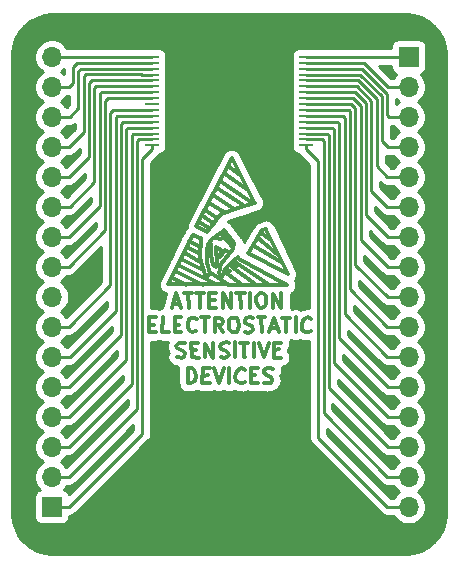
<source format=gbr>
G04 #@! TF.GenerationSoftware,KiCad,Pcbnew,(5.1.5)-3*
G04 #@! TF.CreationDate,2020-02-24T20:26:35-05:00*
G04 #@! TF.ProjectId,SRAM CY7C109D-10XI,5352414d-2043-4593-9743-313039442d31,rev?*
G04 #@! TF.SameCoordinates,Original*
G04 #@! TF.FileFunction,Copper,L1,Top*
G04 #@! TF.FilePolarity,Positive*
%FSLAX46Y46*%
G04 Gerber Fmt 4.6, Leading zero omitted, Abs format (unit mm)*
G04 Created by KiCad (PCBNEW (5.1.5)-3) date 2020-02-24 20:26:35*
%MOMM*%
%LPD*%
G04 APERTURE LIST*
%ADD10C,0.304800*%
%ADD11O,1.700000X1.700000*%
%ADD12R,1.700000X1.700000*%
%ADD13R,1.188199X0.188600*%
%ADD14C,0.250000*%
%ADD15C,0.254000*%
G04 APERTURE END LIST*
D10*
X112778760Y-120942700D02*
X113108960Y-120810620D01*
X112499360Y-121371960D02*
X112778760Y-120942700D01*
X112169160Y-121910440D02*
X112499360Y-121371960D01*
X111658620Y-122741020D02*
X112169160Y-121910440D01*
X110190500Y-123711300D02*
X110800100Y-123180440D01*
X109679960Y-124221840D02*
X110190500Y-123711300D01*
X109370080Y-124882240D02*
X109679960Y-124221840D01*
X109138940Y-124572360D02*
X109370080Y-124882240D01*
X109298960Y-123792580D02*
X109138940Y-124572360D01*
X110309880Y-122522580D02*
X109298960Y-123792580D01*
X110459740Y-122012040D02*
X110309880Y-122522580D01*
X109598680Y-120922380D02*
X110459740Y-122012040D01*
X109370080Y-121072240D02*
X109598680Y-120922380D01*
X108529340Y-121702160D02*
X109370080Y-121072240D01*
X108280420Y-122032360D02*
X108529340Y-121702160D01*
X108229620Y-122080620D02*
X108280420Y-122032360D01*
X108150880Y-122621640D02*
X108229620Y-122080620D01*
X108150880Y-123680820D02*
X108150880Y-122621640D01*
X108379480Y-124552040D02*
X108150880Y-123680820D01*
X108008640Y-124971140D02*
X108379480Y-124552040D01*
X107510800Y-123302360D02*
X108008640Y-124971140D01*
X107620020Y-121620880D02*
X107510800Y-123302360D01*
X109349760Y-119550780D02*
X108120400Y-121062080D01*
X111249680Y-118882760D02*
X109349760Y-119550780D01*
X112199640Y-118600820D02*
X111249680Y-118882760D01*
X110309880Y-123660500D02*
X110568960Y-124011020D01*
X110078740Y-124371700D02*
X110109220Y-124371700D01*
X109779020Y-124191360D02*
X110078740Y-124371700D01*
X111610360Y-122852780D02*
X111678940Y-122822300D01*
X114960620Y-124671420D02*
X111610360Y-122852780D01*
X113159760Y-120891900D02*
X114960620Y-124671420D01*
X108100080Y-121041760D02*
X108130560Y-121041760D01*
X107239020Y-120612500D02*
X108100080Y-121041760D01*
X110210820Y-114821300D02*
X107239020Y-120612500D01*
X112090420Y-118552560D02*
X110210820Y-114821300D01*
X114909820Y-125590900D02*
X110868680Y-123381100D01*
X104848880Y-125512160D02*
X114909820Y-125590900D01*
X106908820Y-121351640D02*
X104848880Y-125512160D01*
X107538740Y-121631040D02*
X106908820Y-121351640D01*
X109700280Y-122641960D02*
X109928880Y-122771500D01*
X109271020Y-123180440D02*
X109700280Y-122641960D01*
X109298960Y-122570840D02*
X109271020Y-123180440D01*
X108859540Y-122362560D02*
X109298960Y-122570840D01*
X108989080Y-123762100D02*
X108859540Y-122362560D01*
X108890020Y-124071980D02*
X108989080Y-123762100D01*
X108610620Y-123840840D02*
X108890020Y-124071980D01*
X108481080Y-123002640D02*
X108610620Y-123840840D01*
X108481080Y-122060300D02*
X108481080Y-123002640D01*
X110060960Y-122111100D02*
X110238760Y-122342240D01*
X109580900Y-121582780D02*
X110060960Y-122111100D01*
X109220220Y-121702160D02*
X109580900Y-121582780D01*
X108890020Y-121552300D02*
X109220220Y-121702160D01*
X109911100Y-115532500D02*
X110949960Y-116271640D01*
X109649480Y-116142100D02*
X111579880Y-117541640D01*
X109250700Y-116802500D02*
X111859280Y-118552560D01*
X108989080Y-117330820D02*
X111198880Y-118781160D01*
X108641100Y-117970900D02*
X110459740Y-119111360D01*
X109550420Y-119390760D02*
X109580900Y-119390760D01*
X108280420Y-118600820D02*
X109550420Y-119390760D01*
X107950220Y-119240900D02*
X108968760Y-119931780D01*
X108689360Y-120381360D02*
X108689360Y-120361040D01*
X107769880Y-119751440D02*
X108689360Y-120381360D01*
X107490480Y-120231500D02*
X108310900Y-120711560D01*
X112700020Y-121171300D02*
X113540760Y-121801220D01*
X112451100Y-121631040D02*
X114099560Y-122921360D01*
X112120900Y-122240640D02*
X114378960Y-123581760D01*
X106629420Y-121862180D02*
X107371100Y-122260960D01*
X106449080Y-122362560D02*
X107520960Y-122951840D01*
X106250960Y-122852780D02*
X107538740Y-123581760D01*
X107589540Y-124191360D02*
X107620020Y-124191360D01*
X105969020Y-123401420D02*
X107589540Y-124191360D01*
X105659140Y-123861160D02*
X108859540Y-125512160D01*
X105440700Y-124422500D02*
X107820680Y-125560420D01*
X105229880Y-124950820D02*
X106350020Y-125542640D01*
X108460760Y-124572360D02*
X109979680Y-125590900D01*
X111021080Y-125512160D02*
X111049020Y-125512160D01*
X109649480Y-124501240D02*
X111021080Y-125512160D01*
X110238760Y-124041500D02*
X112169160Y-125491840D01*
X113258820Y-125512160D02*
X113279140Y-125512160D01*
X110520700Y-123660500D02*
X113258820Y-125512160D01*
X109349760Y-121270360D02*
X110060960Y-121780900D01*
X105539760Y-126241140D02*
X105969020Y-127511140D01*
X105130820Y-127511140D02*
X105539760Y-126241140D01*
X105250200Y-127160620D02*
X105849640Y-127170780D01*
X106210320Y-126248760D02*
X106891040Y-126241140D01*
X107221240Y-126241140D02*
X107858780Y-126230980D01*
X106550680Y-126248760D02*
X106581160Y-127480660D01*
X107538740Y-127511140D02*
X107531120Y-126258920D01*
X108338840Y-127480660D02*
X108349000Y-127480660D01*
X108338840Y-126248760D02*
X108338840Y-127480660D01*
X108349000Y-126248760D02*
X108859540Y-126248760D01*
X108379480Y-126850740D02*
X108399800Y-126850740D01*
X108801120Y-126840580D02*
X108379480Y-126850740D01*
X108359160Y-127500980D02*
X108369320Y-127500980D01*
X108900180Y-127518760D02*
X108359160Y-127500980D01*
X110190500Y-127490820D02*
X110190500Y-126258920D01*
X109479300Y-126289400D02*
X110190500Y-127490820D01*
X109489460Y-127528920D02*
X109479300Y-126289400D01*
X110609600Y-126241140D02*
X111310640Y-126241140D01*
X110970280Y-126269080D02*
X110990600Y-127480660D01*
X111780540Y-126230980D02*
X111770380Y-127490820D01*
X112430780Y-126380840D02*
X112639060Y-126258920D01*
X112319020Y-126589120D02*
X112430780Y-126380840D01*
X112319020Y-126909160D02*
X112319020Y-126589120D01*
X112430780Y-127340960D02*
X112319020Y-126909160D01*
X112600960Y-127480660D02*
X112430780Y-127340960D01*
X112809240Y-127500980D02*
X112600960Y-127480660D01*
X113040380Y-127389220D02*
X112809240Y-127500980D01*
X113149600Y-127170780D02*
X113040380Y-127389220D01*
X113159760Y-126871060D02*
X113149600Y-127170780D01*
X113149600Y-126530700D02*
X113159760Y-126871060D01*
X112979420Y-126319880D02*
X113149600Y-126530700D01*
X112750820Y-126248760D02*
X112979420Y-126319880D01*
X114439920Y-127500980D02*
X114429760Y-126269080D01*
X113721100Y-126299560D02*
X114439920Y-127500980D01*
X113710940Y-127490820D02*
X113721100Y-126299560D01*
X103850660Y-128311240D02*
X103210580Y-128311240D01*
X103200420Y-129571080D02*
X103789700Y-129571080D01*
X103210580Y-128311240D02*
X103200420Y-129571080D01*
X103629680Y-128931000D02*
X103251220Y-128920840D01*
X104361200Y-129571080D02*
X104950480Y-129571080D01*
X104368820Y-128301080D02*
X104361200Y-129571080D01*
X105389900Y-129581240D02*
X105958860Y-129581240D01*
X105389900Y-128318860D02*
X105389900Y-129581240D01*
X105440700Y-128931000D02*
X105791220Y-128931000D01*
X105389900Y-128318860D02*
X105958860Y-128318860D01*
X105400060Y-128329020D02*
X105389900Y-128318860D01*
X106880880Y-129571080D02*
X107228860Y-129489800D01*
X106670060Y-129469480D02*
X106880880Y-129571080D01*
X106510040Y-129220560D02*
X106670060Y-129469480D01*
X106489720Y-128859880D02*
X106510040Y-129220560D01*
X106588780Y-128489040D02*
X106489720Y-128859880D01*
X106840240Y-128339180D02*
X106588780Y-128489040D01*
X107061220Y-128339180D02*
X106840240Y-128339180D01*
X107299980Y-128450940D02*
X107061220Y-128339180D01*
X107650500Y-128318860D02*
X108321060Y-128318860D01*
X107950220Y-128699860D02*
X107970540Y-129571080D01*
X107970540Y-128329020D02*
X107990860Y-128329020D01*
X107960380Y-128720180D02*
X107970540Y-128329020D01*
X108829060Y-128979260D02*
X108839220Y-128979260D01*
X109230380Y-128979260D02*
X108829060Y-128979260D01*
X109400560Y-128890360D02*
X109230380Y-128979260D01*
X109489460Y-128699860D02*
X109400560Y-128890360D01*
X109400560Y-128440780D02*
X109489460Y-128699860D01*
X109210060Y-128329020D02*
X109400560Y-128440780D01*
X108770640Y-128339180D02*
X109210060Y-128329020D01*
X108770640Y-129560920D02*
X108770640Y-128339180D01*
X109121160Y-129019900D02*
X109479300Y-129560920D01*
X110180340Y-128379820D02*
X110360680Y-128369660D01*
X110030480Y-128570320D02*
X110180340Y-128379820D01*
X109959360Y-128989420D02*
X110030480Y-128570320D01*
X110030480Y-129309460D02*
X109959360Y-128989420D01*
X110238760Y-129571080D02*
X110030480Y-129309460D01*
X110459740Y-129581240D02*
X110238760Y-129571080D01*
X110650240Y-129530440D02*
X110459740Y-129581240D01*
X110769620Y-129370420D02*
X110650240Y-129530440D01*
X110840740Y-128989420D02*
X110769620Y-129370420D01*
X110779780Y-128621120D02*
X110840740Y-128989420D01*
X110640080Y-128400140D02*
X110779780Y-128621120D01*
X110391160Y-128329020D02*
X110640080Y-128400140D01*
X111630680Y-129599020D02*
X111320800Y-129560920D01*
X111879600Y-129520280D02*
X111630680Y-129599020D01*
X112029460Y-129350100D02*
X111879600Y-129520280D01*
X111920240Y-129080860D02*
X112029460Y-129350100D01*
X111668780Y-128969100D02*
X111920240Y-129080860D01*
X111369060Y-128809080D02*
X111668780Y-128969100D01*
X111310640Y-128621120D02*
X111369060Y-128809080D01*
X111450340Y-128369660D02*
X111310640Y-128621120D01*
X111811020Y-128311240D02*
X111450340Y-128369660D01*
X112039620Y-128379820D02*
X111811020Y-128311240D01*
X112430780Y-128318860D02*
X113081020Y-128318860D01*
X112740660Y-128329020D02*
X112760980Y-129571080D01*
X113799840Y-128349340D02*
X114201160Y-129571080D01*
X113380740Y-129581240D02*
X113799840Y-128349340D01*
X113510280Y-129220560D02*
X114041140Y-129220560D01*
X114460240Y-128349340D02*
X115151120Y-128339180D01*
X114800600Y-128349340D02*
X114831080Y-129571080D01*
X115631180Y-128311240D02*
X115631180Y-129540600D01*
X116741160Y-129560920D02*
X116918960Y-129449160D01*
X116449060Y-129560920D02*
X116741160Y-129560920D01*
X116200140Y-129360260D02*
X116449060Y-129560920D01*
X116149340Y-128958940D02*
X116200140Y-129360260D01*
X116240780Y-128539840D02*
X116149340Y-128958940D01*
X116479540Y-128339180D02*
X116240780Y-128539840D01*
X116710680Y-128318860D02*
X116479540Y-128339180D01*
X116979920Y-128471260D02*
X116710680Y-128318860D01*
X105638820Y-131689440D02*
X105570240Y-131669120D01*
X105979180Y-131750400D02*
X105638820Y-131689440D01*
X106210320Y-131641180D02*
X105979180Y-131750400D01*
X106261120Y-131369400D02*
X106210320Y-131641180D01*
X106129040Y-131161120D02*
X106261120Y-131369400D01*
X105798840Y-131029040D02*
X106129040Y-131161120D01*
X105570240Y-130909660D02*
X105798840Y-131029040D01*
X105549920Y-130698840D02*
X105570240Y-130909660D01*
X105781060Y-130470240D02*
X105549920Y-130698840D01*
X106090940Y-130460080D02*
X105781060Y-130470240D01*
X106299220Y-130521040D02*
X106090940Y-130460080D01*
X107399040Y-130460080D02*
X106850400Y-130460080D01*
X107228860Y-131039200D02*
X106830080Y-131029040D01*
X106840240Y-131699600D02*
X106819920Y-130470240D01*
X107439680Y-131730080D02*
X106840240Y-131699600D01*
X108679200Y-131709760D02*
X108679200Y-130470240D01*
X107990860Y-130531200D02*
X108679200Y-131709760D01*
X107990860Y-131699600D02*
X107990860Y-130531200D01*
X109550420Y-131709760D02*
X109281180Y-131669120D01*
X109789180Y-131689440D02*
X109550420Y-131709760D01*
X109959360Y-131488780D02*
X109789180Y-131689440D01*
X109928880Y-131290660D02*
X109959360Y-131488780D01*
X109761240Y-131140800D02*
X109928880Y-131290660D01*
X109540260Y-131069680D02*
X109761240Y-131140800D01*
X109339600Y-130980780D02*
X109540260Y-131069680D01*
X109240540Y-130790280D02*
X109339600Y-130980780D01*
X109309120Y-130579460D02*
X109240540Y-130790280D01*
X109519940Y-130460080D02*
X109309120Y-130579460D01*
X109789180Y-130429600D02*
X109519940Y-130460080D01*
X110000000Y-130521040D02*
X109789180Y-130429600D01*
X110510540Y-130419440D02*
X110510540Y-131679280D01*
X110960120Y-130470240D02*
X111630680Y-130480400D01*
X111300480Y-131679280D02*
X111310640Y-131679280D01*
X111290320Y-130490560D02*
X111300480Y-131679280D01*
X112100580Y-130490560D02*
X112090420Y-131689440D01*
X112921000Y-131689440D02*
X113360420Y-130470240D01*
X112509520Y-130470240D02*
X112921000Y-131689440D01*
X114399280Y-130460080D02*
X113799840Y-130470240D01*
X113799840Y-131709760D02*
X113779520Y-130490560D01*
X114409440Y-131730080D02*
X113799840Y-131709760D01*
X114208780Y-131029040D02*
X113850640Y-131039200D01*
X106870720Y-132639400D02*
X106571000Y-132629240D01*
X107040900Y-132730840D02*
X106870720Y-132639400D01*
X107160280Y-132969600D02*
X107040900Y-132730840D01*
X107200920Y-133299800D02*
X107160280Y-132969600D01*
X107089160Y-133701120D02*
X107200920Y-133299800D01*
X106819920Y-133878920D02*
X107089160Y-133701120D01*
X106499880Y-133878920D02*
X106819920Y-133878920D01*
X106499880Y-132639400D02*
X106499880Y-133878920D01*
X107739400Y-133861140D02*
X108359160Y-133878920D01*
X107769880Y-132619080D02*
X107739400Y-133861140D01*
X108369320Y-132619080D02*
X107769880Y-132619080D01*
X107841000Y-133238840D02*
X107841000Y-133221060D01*
X108178820Y-133210900D02*
X107841000Y-133238840D01*
X109138940Y-133878920D02*
X109560580Y-132619080D01*
X108719840Y-132608920D02*
X109138940Y-133878920D01*
X110000000Y-132619080D02*
X110000000Y-133861140D01*
X111310640Y-133769700D02*
X111320800Y-133759540D01*
X111160780Y-133889080D02*
X111310640Y-133769700D01*
X110899160Y-133850980D02*
X111160780Y-133889080D01*
X110619760Y-133680800D02*
X110899160Y-133850980D01*
X110520700Y-133381080D02*
X110619760Y-133680800D01*
X110599440Y-132979760D02*
X110520700Y-133381080D01*
X110850900Y-132690200D02*
X110599440Y-132979760D01*
X111099820Y-132639400D02*
X110850900Y-132690200D01*
X111310640Y-132730840D02*
X111099820Y-132639400D01*
X111879600Y-133861140D02*
X112451100Y-133878920D01*
X111869440Y-132639400D02*
X111879600Y-133861140D01*
X112479040Y-132619080D02*
X111869440Y-132639400D01*
X112199640Y-133210900D02*
X111889760Y-133221060D01*
X112979420Y-133850980D02*
X112989580Y-133840820D01*
X113210560Y-133889080D02*
X112979420Y-133850980D01*
X113520440Y-133840820D02*
X113210560Y-133889080D01*
X113660140Y-133650320D02*
X113520440Y-133840820D01*
X113540760Y-133360760D02*
X113660140Y-133650320D01*
X113279140Y-133259160D02*
X113540760Y-133360760D01*
X112999740Y-133040720D02*
X113279140Y-133259160D01*
X112999740Y-132799420D02*
X112999740Y-133040720D01*
X113230880Y-132629240D02*
X112999740Y-132799420D01*
X113500120Y-132629240D02*
X113230880Y-132629240D01*
X113721100Y-132720680D02*
X113500120Y-132629240D01*
D11*
X125200000Y-144350000D03*
X125200000Y-141810000D03*
X125200000Y-139270000D03*
X125200000Y-136730000D03*
X125200000Y-134190000D03*
X125200000Y-131650000D03*
X125200000Y-129110000D03*
X125200000Y-126570000D03*
X125200000Y-124030000D03*
X125200000Y-121490000D03*
X125200000Y-118950000D03*
X125200000Y-116410000D03*
X125200000Y-113870000D03*
X125200000Y-111330000D03*
X125200000Y-108790000D03*
D12*
X125200000Y-106250000D03*
D11*
X95000000Y-106250000D03*
X95000000Y-108790000D03*
X95000000Y-111330000D03*
X95000000Y-113870000D03*
X95000000Y-116410000D03*
X95000000Y-118950000D03*
X95000000Y-121490000D03*
X95000000Y-124030000D03*
X95000000Y-126570000D03*
X95000000Y-129110000D03*
X95000000Y-131650000D03*
X95000000Y-134190000D03*
X95000000Y-136730000D03*
X95000000Y-139270000D03*
X95000000Y-141810000D03*
D12*
X95000000Y-144350000D03*
D13*
X116550398Y-106250000D03*
X116550398Y-106749999D03*
X116550398Y-107250000D03*
X116550398Y-107749999D03*
X116550398Y-108250001D03*
X116550398Y-108750000D03*
X116550398Y-109249999D03*
X116550398Y-109750000D03*
X116550398Y-110250000D03*
X116550398Y-110750001D03*
X116550398Y-111250000D03*
X116550398Y-111749999D03*
X116550398Y-112250001D03*
X116550398Y-112750000D03*
X116550398Y-113250001D03*
X116550398Y-113750000D03*
X103449602Y-113750000D03*
X103449602Y-113250001D03*
X103449602Y-112750000D03*
X103449602Y-112250001D03*
X103449602Y-111749999D03*
X103449602Y-111250000D03*
X103449602Y-110750001D03*
X103449602Y-110250000D03*
X103449602Y-109750000D03*
X103449602Y-109249999D03*
X103449602Y-108750000D03*
X103449602Y-108250001D03*
X103449602Y-107749999D03*
X103449602Y-107250000D03*
X103449602Y-106749999D03*
X103449602Y-106250000D03*
D14*
X102605503Y-106250000D02*
X95000000Y-106250000D01*
X103449602Y-106250000D02*
X102605503Y-106250000D01*
X103449602Y-106749999D02*
X97150001Y-106749999D01*
X97150001Y-106749999D02*
X96800000Y-107100000D01*
X96800000Y-107100000D02*
X96800000Y-108450000D01*
X96460000Y-108790000D02*
X95000000Y-108790000D01*
X96800000Y-108450000D02*
X96460000Y-108790000D01*
X103449602Y-107250000D02*
X97450000Y-107250000D01*
X97450000Y-107250000D02*
X97250000Y-107450000D01*
X97250000Y-107450000D02*
X97250000Y-110600000D01*
X96520000Y-111330000D02*
X95000000Y-111330000D01*
X97250000Y-110600000D02*
X96520000Y-111330000D01*
X102605503Y-107749999D02*
X102555504Y-107700000D01*
X103449602Y-107749999D02*
X102605503Y-107749999D01*
X102555504Y-107700000D02*
X97900000Y-107700000D01*
X97900000Y-107700000D02*
X97700000Y-107900000D01*
X97700000Y-107900000D02*
X97700000Y-112650000D01*
X96480000Y-113870000D02*
X95000000Y-113870000D01*
X97700000Y-112650000D02*
X96480000Y-113870000D01*
X103449602Y-108250001D02*
X102605502Y-108250000D01*
X102605502Y-108250000D02*
X98400000Y-108250000D01*
X98400000Y-108250000D02*
X98150000Y-108500000D01*
X98150000Y-108500000D02*
X98150000Y-114750000D01*
X96490000Y-116410000D02*
X95000000Y-116410000D01*
X98150000Y-114750000D02*
X96490000Y-116410000D01*
X98600000Y-116850000D02*
X96500000Y-118950000D01*
X98600000Y-108900000D02*
X98600000Y-116850000D01*
X103449602Y-108750000D02*
X98750000Y-108750000D01*
X96500000Y-118950000D02*
X95000000Y-118950000D01*
X98750000Y-108750000D02*
X98600000Y-108900000D01*
X103449602Y-109249999D02*
X102605502Y-109250000D01*
X102605502Y-109250000D02*
X99200000Y-109250000D01*
X99200000Y-109250000D02*
X99050000Y-109400000D01*
X99050000Y-109400000D02*
X99050000Y-118900000D01*
X96460000Y-121490000D02*
X95000000Y-121490000D01*
X99050000Y-118900000D02*
X96460000Y-121490000D01*
X96420000Y-124030000D02*
X95000000Y-124030000D01*
X99500000Y-120950000D02*
X96420000Y-124030000D01*
X99500000Y-110000000D02*
X99500000Y-120950000D01*
X103449602Y-109750000D02*
X99750000Y-109750000D01*
X99750000Y-109750000D02*
X99500000Y-110000000D01*
X103449602Y-110750001D02*
X102605502Y-110750000D01*
X102605502Y-110750000D02*
X100200000Y-110750000D01*
X100200000Y-110750000D02*
X99950000Y-111000000D01*
X99950000Y-111000000D02*
X99950000Y-125600000D01*
X96440000Y-129110000D02*
X95000000Y-129110000D01*
X99950000Y-125600000D02*
X96440000Y-129110000D01*
X103449602Y-111250000D02*
X100500000Y-111250000D01*
X100500000Y-111250000D02*
X100400000Y-111350000D01*
X100400000Y-111350000D02*
X100400000Y-127750000D01*
X96500000Y-131650000D02*
X95000000Y-131650000D01*
X100400000Y-127750000D02*
X96500000Y-131650000D01*
X100850000Y-129800000D02*
X96460000Y-134190000D01*
X96460000Y-134190000D02*
X95000000Y-134190000D01*
X100850000Y-111950000D02*
X100850000Y-129800000D01*
X103449602Y-111749999D02*
X101050000Y-111750000D01*
X101050000Y-111750000D02*
X100850000Y-111950000D01*
X103449602Y-112250001D02*
X101449999Y-112250001D01*
X101449999Y-112250001D02*
X101300000Y-112400000D01*
X101300000Y-112400000D02*
X101300000Y-131900000D01*
X96470000Y-136730000D02*
X95000000Y-136730000D01*
X101300000Y-131900000D02*
X96470000Y-136730000D01*
X96430000Y-139270000D02*
X95000000Y-139270000D01*
X101750000Y-133950000D02*
X96430000Y-139270000D01*
X101750000Y-112900000D02*
X101750000Y-133950000D01*
X103449602Y-112750000D02*
X101900000Y-112750000D01*
X101900000Y-112750000D02*
X101750000Y-112900000D01*
X102200000Y-136050000D02*
X96440000Y-141810000D01*
X96440000Y-141810000D02*
X95000000Y-141810000D01*
X102200000Y-113400000D02*
X102200000Y-136050000D01*
X103449602Y-113250001D02*
X102350000Y-113250000D01*
X102350000Y-113250000D02*
X102200000Y-113400000D01*
X103449602Y-114094300D02*
X102650000Y-114893902D01*
X103449602Y-113750000D02*
X103449602Y-114094300D01*
X102650000Y-114893902D02*
X102650000Y-138150000D01*
X96450000Y-144350000D02*
X95000000Y-144350000D01*
X102650000Y-138150000D02*
X96450000Y-144350000D01*
X116550398Y-114094300D02*
X117550000Y-115093902D01*
X116550398Y-113750000D02*
X116550398Y-114094300D01*
X117550000Y-115093902D02*
X117550000Y-138500000D01*
X123400000Y-144350000D02*
X125200000Y-144350000D01*
X117550000Y-138500000D02*
X123400000Y-144350000D01*
X118000000Y-136400000D02*
X123410000Y-141810000D01*
X123410000Y-141810000D02*
X125200000Y-141810000D01*
X118000000Y-113400000D02*
X118000000Y-136400000D01*
X116550398Y-113250001D02*
X117850000Y-113250000D01*
X117850000Y-113250000D02*
X118000000Y-113400000D01*
X118450000Y-134300000D02*
X123420000Y-139270000D01*
X123420000Y-139270000D02*
X125200000Y-139270000D01*
X116550398Y-112750000D02*
X118300000Y-112750000D01*
X118450000Y-112900000D02*
X118450000Y-134300000D01*
X118300000Y-112750000D02*
X118450000Y-112900000D01*
X123430000Y-136730000D02*
X125200000Y-136730000D01*
X118900000Y-112400000D02*
X118900000Y-132200000D01*
X116550398Y-112250001D02*
X118750000Y-112250000D01*
X118900000Y-132200000D02*
X123430000Y-136730000D01*
X118750000Y-112250000D02*
X118900000Y-112400000D01*
X117394498Y-111750000D02*
X119200000Y-111750000D01*
X123440000Y-134190000D02*
X125200000Y-134190000D01*
X116550398Y-111749999D02*
X117394498Y-111750000D01*
X119350000Y-111900000D02*
X119350000Y-130100000D01*
X119200000Y-111750000D02*
X119350000Y-111900000D01*
X119350000Y-130100000D02*
X123440000Y-134190000D01*
X119800000Y-128050000D02*
X123400000Y-131650000D01*
X123400000Y-131650000D02*
X125200000Y-131650000D01*
X119800000Y-111400000D02*
X119800000Y-128050000D01*
X116550398Y-111250000D02*
X119650000Y-111250000D01*
X119650000Y-111250000D02*
X119800000Y-111400000D01*
X123410000Y-129110000D02*
X125200000Y-129110000D01*
X120250000Y-110850000D02*
X120250000Y-125950000D01*
X116550398Y-110750001D02*
X120150001Y-110750001D01*
X120250000Y-125950000D02*
X123410000Y-129110000D01*
X120150001Y-110750001D02*
X120250000Y-110850000D01*
X116550398Y-110250000D02*
X120350000Y-110250000D01*
X120350000Y-110250000D02*
X120700000Y-110600000D01*
X120700000Y-110600000D02*
X120700000Y-123850000D01*
X123420000Y-126570000D02*
X125200000Y-126570000D01*
X120700000Y-123850000D02*
X123420000Y-126570000D01*
X123430000Y-124030000D02*
X125200000Y-124030000D01*
X121150000Y-110400000D02*
X121150000Y-121750000D01*
X121150000Y-121750000D02*
X123430000Y-124030000D01*
X116550398Y-109750000D02*
X120500000Y-109750000D01*
X120500000Y-109750000D02*
X121150000Y-110400000D01*
X117394498Y-109250000D02*
X120650000Y-109250000D01*
X121600000Y-119650000D02*
X123440000Y-121490000D01*
X116550398Y-109249999D02*
X117394498Y-109250000D01*
X120650000Y-109250000D02*
X121600000Y-110200000D01*
X121600000Y-110200000D02*
X121600000Y-119650000D01*
X123440000Y-121490000D02*
X125200000Y-121490000D01*
X120800000Y-108750000D02*
X122050000Y-110000000D01*
X122050000Y-110000000D02*
X122050000Y-117600000D01*
X123400000Y-118950000D02*
X125200000Y-118950000D01*
X116550398Y-108750000D02*
X120800000Y-108750000D01*
X122050000Y-117600000D02*
X123400000Y-118950000D01*
X122500000Y-115500000D02*
X123410000Y-116410000D01*
X123410000Y-116410000D02*
X125200000Y-116410000D01*
X122500000Y-109800000D02*
X122500000Y-115500000D01*
X120950001Y-108250001D02*
X122500000Y-109800000D01*
X116550398Y-108250001D02*
X120950001Y-108250001D01*
X117394498Y-107750000D02*
X121100000Y-107750000D01*
X122950000Y-113400000D02*
X123420000Y-113870000D01*
X122950000Y-109600000D02*
X122950000Y-113400000D01*
X116550398Y-107749999D02*
X117394498Y-107750000D01*
X123420000Y-113870000D02*
X125200000Y-113870000D01*
X121100000Y-107750000D02*
X122950000Y-109600000D01*
X116550398Y-107250000D02*
X121250000Y-107250000D01*
X123530000Y-111330000D02*
X125200000Y-111330000D01*
X121250000Y-107250000D02*
X123400000Y-109400000D01*
X123400000Y-109400000D02*
X123400000Y-111200000D01*
X123400000Y-111200000D02*
X123530000Y-111330000D01*
X116550398Y-106749999D02*
X117394498Y-106750000D01*
X117394498Y-106750000D02*
X121400000Y-106750000D01*
X123440000Y-108790000D02*
X125200000Y-108790000D01*
X121400000Y-106750000D02*
X123440000Y-108790000D01*
X117394497Y-106250000D02*
X125200000Y-106250000D01*
X116550398Y-106250000D02*
X117394497Y-106250000D01*
D15*
G36*
X125648126Y-102726714D02*
G01*
X126271572Y-102914943D01*
X126846579Y-103220681D01*
X127351247Y-103632279D01*
X127766362Y-104134067D01*
X128076105Y-104706924D01*
X128268682Y-105329039D01*
X128340001Y-106007594D01*
X128340000Y-144967721D01*
X128273286Y-145648126D01*
X128085057Y-146271570D01*
X127779323Y-146846573D01*
X127367721Y-147351248D01*
X126865933Y-147766362D01*
X126293077Y-148076104D01*
X125670961Y-148268682D01*
X124992417Y-148340000D01*
X95032279Y-148340000D01*
X94351874Y-148273286D01*
X93728430Y-148085057D01*
X93153427Y-147779323D01*
X92648752Y-147367721D01*
X92233638Y-146865933D01*
X91923896Y-146293077D01*
X91731318Y-145670961D01*
X91660000Y-144992417D01*
X91660000Y-143500000D01*
X93511928Y-143500000D01*
X93511928Y-145200000D01*
X93524188Y-145324482D01*
X93560498Y-145444180D01*
X93619463Y-145554494D01*
X93698815Y-145651185D01*
X93795506Y-145730537D01*
X93905820Y-145789502D01*
X94025518Y-145825812D01*
X94150000Y-145838072D01*
X95850000Y-145838072D01*
X95974482Y-145825812D01*
X96094180Y-145789502D01*
X96204494Y-145730537D01*
X96301185Y-145651185D01*
X96380537Y-145554494D01*
X96439502Y-145444180D01*
X96475812Y-145324482D01*
X96488072Y-145200000D01*
X96488072Y-145109927D01*
X96598986Y-145099003D01*
X96742247Y-145055546D01*
X96874276Y-144984974D01*
X96990001Y-144890001D01*
X97013804Y-144860997D01*
X103161003Y-138713799D01*
X103190001Y-138690001D01*
X103235118Y-138635026D01*
X103284974Y-138574277D01*
X103355546Y-138442247D01*
X103383220Y-138351015D01*
X103399003Y-138298986D01*
X103410000Y-138187333D01*
X103410000Y-138187324D01*
X103413676Y-138150001D01*
X103410000Y-138112678D01*
X103410000Y-130358480D01*
X103828373Y-130358480D01*
X103944057Y-130347086D01*
X104075450Y-130307229D01*
X104130469Y-130323918D01*
X104202190Y-130346145D01*
X104204557Y-130346392D01*
X104206843Y-130347086D01*
X104281810Y-130354470D01*
X104356453Y-130362274D01*
X104397498Y-130358480D01*
X104838721Y-130358480D01*
X104838490Y-130359035D01*
X104820622Y-130392024D01*
X104808732Y-130430454D01*
X104793261Y-130467585D01*
X104785866Y-130504364D01*
X104774779Y-130540198D01*
X104770615Y-130580207D01*
X104762685Y-130619646D01*
X104762607Y-130657162D01*
X104758724Y-130694469D01*
X104762445Y-130734514D01*
X104762442Y-130735889D01*
X104766072Y-130773546D01*
X104773074Y-130848907D01*
X104773461Y-130850208D01*
X104783205Y-130951303D01*
X104783623Y-130994772D01*
X104798537Y-131066158D01*
X104812623Y-131137755D01*
X104814392Y-131142051D01*
X104815342Y-131146598D01*
X104843895Y-131213700D01*
X104871680Y-131281177D01*
X104874254Y-131285047D01*
X104876072Y-131289319D01*
X104876817Y-131290411D01*
X104870058Y-131300669D01*
X104811631Y-131444347D01*
X104782356Y-131596663D01*
X104783359Y-131751764D01*
X104814603Y-131903688D01*
X104874884Y-132046599D01*
X104961888Y-132175003D01*
X105072269Y-132283967D01*
X105201789Y-132369302D01*
X105309470Y-132413091D01*
X105345598Y-132423796D01*
X105350072Y-132426078D01*
X105419818Y-132445787D01*
X105452209Y-132455384D01*
X105457125Y-132456329D01*
X105461935Y-132457688D01*
X105495139Y-132463635D01*
X105566363Y-132477324D01*
X105571388Y-132477292D01*
X105721981Y-132504263D01*
X105712480Y-132600728D01*
X105712481Y-133840237D01*
X105708671Y-133878920D01*
X105723874Y-134033277D01*
X105768898Y-134181703D01*
X105842014Y-134318492D01*
X105940411Y-134438389D01*
X106060308Y-134536786D01*
X106197097Y-134609902D01*
X106345523Y-134654926D01*
X106461207Y-134666320D01*
X106499880Y-134670129D01*
X106538553Y-134666320D01*
X106779116Y-134666320D01*
X106815638Y-134670117D01*
X106856453Y-134666320D01*
X106858593Y-134666320D01*
X106895026Y-134662732D01*
X106970074Y-134655750D01*
X106972135Y-134655137D01*
X106974277Y-134654926D01*
X107046596Y-134632988D01*
X107118741Y-134611529D01*
X107120637Y-134610529D01*
X107122703Y-134609902D01*
X107189382Y-134574261D01*
X107221554Y-134557288D01*
X107223330Y-134556115D01*
X107259492Y-134536786D01*
X107287884Y-134513486D01*
X107290460Y-134511784D01*
X107349897Y-134545455D01*
X107415780Y-134583138D01*
X107417344Y-134583662D01*
X107418776Y-134584473D01*
X107490756Y-134608251D01*
X107562854Y-134632400D01*
X107564490Y-134632609D01*
X107566053Y-134633125D01*
X107641265Y-134642401D01*
X107678163Y-134647107D01*
X107679806Y-134647154D01*
X107719990Y-134652110D01*
X107757108Y-134649372D01*
X108375237Y-134667105D01*
X108491200Y-134659033D01*
X108640856Y-134618284D01*
X108746234Y-134565785D01*
X108746279Y-134565817D01*
X108765337Y-134574354D01*
X108782977Y-134585532D01*
X108835981Y-134605997D01*
X108887831Y-134629223D01*
X108908187Y-134633877D01*
X108927670Y-134641400D01*
X108983655Y-134651133D01*
X109039033Y-134663795D01*
X109059905Y-134664389D01*
X109080481Y-134667966D01*
X109137273Y-134666590D01*
X109194074Y-134668206D01*
X109214670Y-134664715D01*
X109235540Y-134664209D01*
X109290972Y-134651780D01*
X109346996Y-134642283D01*
X109366508Y-134634843D01*
X109386887Y-134630274D01*
X109438841Y-134607264D01*
X109491923Y-134587025D01*
X109509608Y-134575922D01*
X109528704Y-134567465D01*
X109575170Y-134534762D01*
X109581947Y-134530508D01*
X109697218Y-134592122D01*
X109845644Y-134637146D01*
X110000000Y-134652349D01*
X110154357Y-134637146D01*
X110302783Y-134592122D01*
X110439572Y-134519006D01*
X110457754Y-134504084D01*
X110459822Y-134505344D01*
X110494196Y-134530697D01*
X110560906Y-134562032D01*
X110627315Y-134594022D01*
X110631073Y-134594992D01*
X110634584Y-134596641D01*
X110706109Y-134614356D01*
X110777499Y-134632779D01*
X110820145Y-134635178D01*
X111021500Y-134664502D01*
X111071778Y-134675266D01*
X111136748Y-134676212D01*
X111201695Y-134679230D01*
X111214210Y-134677340D01*
X111226865Y-134677524D01*
X111290784Y-134665774D01*
X111355060Y-134656066D01*
X111366967Y-134651770D01*
X111379413Y-134649482D01*
X111439805Y-134625490D01*
X111500958Y-134603426D01*
X111511799Y-134596889D01*
X111523559Y-134592217D01*
X111546060Y-134577652D01*
X111554233Y-134582353D01*
X111569055Y-134587358D01*
X111582907Y-134594614D01*
X111642411Y-134612125D01*
X111701187Y-134631970D01*
X111716698Y-134633986D01*
X111731702Y-134638402D01*
X111793481Y-134643969D01*
X111816461Y-134646956D01*
X111832003Y-134647440D01*
X111886179Y-134652321D01*
X111909337Y-134649845D01*
X112465269Y-134667141D01*
X112581252Y-134659350D01*
X112731006Y-134618963D01*
X112756382Y-134606398D01*
X112763285Y-134608245D01*
X112825063Y-134626985D01*
X112876666Y-134632067D01*
X113015124Y-134654890D01*
X113023869Y-134657948D01*
X113091528Y-134667484D01*
X113120654Y-134672285D01*
X113129851Y-134672885D01*
X113177456Y-134679595D01*
X113207059Y-134677926D01*
X113236651Y-134679858D01*
X113284316Y-134673571D01*
X113293514Y-134673052D01*
X113322669Y-134668511D01*
X113390424Y-134659574D01*
X113399198Y-134656593D01*
X113602676Y-134624904D01*
X113640748Y-134622828D01*
X113679096Y-134613003D01*
X113679819Y-134612890D01*
X113716646Y-134603382D01*
X113790999Y-134584331D01*
X113791662Y-134584013D01*
X113792371Y-134583830D01*
X113861567Y-134550488D01*
X113930852Y-134517261D01*
X113931438Y-134516821D01*
X113932101Y-134516502D01*
X113993465Y-134470299D01*
X114054933Y-134424196D01*
X114055424Y-134423648D01*
X114056010Y-134423207D01*
X114107074Y-134366041D01*
X114132533Y-134337645D01*
X114132966Y-134337054D01*
X114159337Y-134307532D01*
X114178701Y-134274689D01*
X114282042Y-134133770D01*
X114317279Y-134090977D01*
X114346117Y-134037239D01*
X114377196Y-133984747D01*
X114382732Y-133969007D01*
X114390620Y-133954309D01*
X114408419Y-133895981D01*
X114428662Y-133838431D01*
X114431021Y-133821913D01*
X114435890Y-133805958D01*
X114441969Y-133745262D01*
X114450593Y-133684885D01*
X114449685Y-133668231D01*
X114451348Y-133651626D01*
X114445469Y-133590908D01*
X114442148Y-133530011D01*
X114438007Y-133513848D01*
X114436399Y-133497244D01*
X114418791Y-133438852D01*
X114403651Y-133379761D01*
X114379678Y-133329772D01*
X114332919Y-133216356D01*
X114379123Y-133160015D01*
X114452189Y-133023199D01*
X114497160Y-132874758D01*
X114512308Y-132720395D01*
X114497049Y-132566045D01*
X114481382Y-132514465D01*
X114537859Y-132510797D01*
X114687702Y-132470743D01*
X114826851Y-132402225D01*
X114949960Y-132307877D01*
X115052296Y-132191324D01*
X115129929Y-132057047D01*
X115179873Y-131910203D01*
X115200210Y-131756439D01*
X115190158Y-131601662D01*
X115150103Y-131451818D01*
X115081585Y-131312669D01*
X114987237Y-131189561D01*
X114982329Y-131185252D01*
X114988851Y-131161329D01*
X114999670Y-131006604D01*
X114995682Y-130975254D01*
X115064500Y-130888440D01*
X115135288Y-130750431D01*
X115177790Y-130601264D01*
X115190375Y-130446672D01*
X115172558Y-130292595D01*
X115169844Y-130284164D01*
X115258204Y-130234062D01*
X115328398Y-130271582D01*
X115476824Y-130316606D01*
X115631180Y-130331809D01*
X115785537Y-130316606D01*
X115933963Y-130271582D01*
X116021112Y-130224999D01*
X116046824Y-130238743D01*
X116082214Y-130261944D01*
X116115040Y-130275205D01*
X116146277Y-130291902D01*
X116186788Y-130304191D01*
X116226025Y-130320042D01*
X116260810Y-130326645D01*
X116294703Y-130336926D01*
X116336835Y-130341076D01*
X116378408Y-130348967D01*
X116452248Y-130348320D01*
X116691475Y-130348320D01*
X116719100Y-130351821D01*
X116768827Y-130348320D01*
X116779833Y-130348320D01*
X116790001Y-130347319D01*
X116790001Y-138462667D01*
X116786324Y-138500000D01*
X116800998Y-138648985D01*
X116844454Y-138792246D01*
X116915026Y-138924276D01*
X116958914Y-138977753D01*
X117010000Y-139040001D01*
X117038998Y-139063799D01*
X122836201Y-144861003D01*
X122859999Y-144890001D01*
X122975724Y-144984974D01*
X123107753Y-145055546D01*
X123251014Y-145099003D01*
X123362667Y-145110000D01*
X123362676Y-145110000D01*
X123399999Y-145113676D01*
X123437322Y-145110000D01*
X123921822Y-145110000D01*
X124046525Y-145296632D01*
X124253368Y-145503475D01*
X124496589Y-145665990D01*
X124766842Y-145777932D01*
X125053740Y-145835000D01*
X125346260Y-145835000D01*
X125633158Y-145777932D01*
X125903411Y-145665990D01*
X126146632Y-145503475D01*
X126353475Y-145296632D01*
X126515990Y-145053411D01*
X126627932Y-144783158D01*
X126685000Y-144496260D01*
X126685000Y-144203740D01*
X126627932Y-143916842D01*
X126515990Y-143646589D01*
X126353475Y-143403368D01*
X126146632Y-143196525D01*
X125972240Y-143080000D01*
X126146632Y-142963475D01*
X126353475Y-142756632D01*
X126515990Y-142513411D01*
X126627932Y-142243158D01*
X126685000Y-141956260D01*
X126685000Y-141663740D01*
X126627932Y-141376842D01*
X126515990Y-141106589D01*
X126353475Y-140863368D01*
X126146632Y-140656525D01*
X125972240Y-140540000D01*
X126146632Y-140423475D01*
X126353475Y-140216632D01*
X126515990Y-139973411D01*
X126627932Y-139703158D01*
X126685000Y-139416260D01*
X126685000Y-139123740D01*
X126627932Y-138836842D01*
X126515990Y-138566589D01*
X126353475Y-138323368D01*
X126146632Y-138116525D01*
X125972240Y-138000000D01*
X126146632Y-137883475D01*
X126353475Y-137676632D01*
X126515990Y-137433411D01*
X126627932Y-137163158D01*
X126685000Y-136876260D01*
X126685000Y-136583740D01*
X126627932Y-136296842D01*
X126515990Y-136026589D01*
X126353475Y-135783368D01*
X126146632Y-135576525D01*
X125972240Y-135460000D01*
X126146632Y-135343475D01*
X126353475Y-135136632D01*
X126515990Y-134893411D01*
X126627932Y-134623158D01*
X126685000Y-134336260D01*
X126685000Y-134043740D01*
X126627932Y-133756842D01*
X126515990Y-133486589D01*
X126353475Y-133243368D01*
X126146632Y-133036525D01*
X125972240Y-132920000D01*
X126146632Y-132803475D01*
X126353475Y-132596632D01*
X126515990Y-132353411D01*
X126627932Y-132083158D01*
X126685000Y-131796260D01*
X126685000Y-131503740D01*
X126627932Y-131216842D01*
X126515990Y-130946589D01*
X126353475Y-130703368D01*
X126146632Y-130496525D01*
X125972240Y-130380000D01*
X126146632Y-130263475D01*
X126353475Y-130056632D01*
X126515990Y-129813411D01*
X126627932Y-129543158D01*
X126685000Y-129256260D01*
X126685000Y-128963740D01*
X126627932Y-128676842D01*
X126515990Y-128406589D01*
X126353475Y-128163368D01*
X126146632Y-127956525D01*
X125972240Y-127840000D01*
X126146632Y-127723475D01*
X126353475Y-127516632D01*
X126515990Y-127273411D01*
X126627932Y-127003158D01*
X126685000Y-126716260D01*
X126685000Y-126423740D01*
X126627932Y-126136842D01*
X126515990Y-125866589D01*
X126353475Y-125623368D01*
X126146632Y-125416525D01*
X125972240Y-125300000D01*
X126146632Y-125183475D01*
X126353475Y-124976632D01*
X126515990Y-124733411D01*
X126627932Y-124463158D01*
X126685000Y-124176260D01*
X126685000Y-123883740D01*
X126627932Y-123596842D01*
X126515990Y-123326589D01*
X126353475Y-123083368D01*
X126146632Y-122876525D01*
X125972240Y-122760000D01*
X126146632Y-122643475D01*
X126353475Y-122436632D01*
X126515990Y-122193411D01*
X126627932Y-121923158D01*
X126685000Y-121636260D01*
X126685000Y-121343740D01*
X126627932Y-121056842D01*
X126515990Y-120786589D01*
X126353475Y-120543368D01*
X126146632Y-120336525D01*
X125972240Y-120220000D01*
X126146632Y-120103475D01*
X126353475Y-119896632D01*
X126515990Y-119653411D01*
X126627932Y-119383158D01*
X126685000Y-119096260D01*
X126685000Y-118803740D01*
X126627932Y-118516842D01*
X126515990Y-118246589D01*
X126353475Y-118003368D01*
X126146632Y-117796525D01*
X125972240Y-117680000D01*
X126146632Y-117563475D01*
X126353475Y-117356632D01*
X126515990Y-117113411D01*
X126627932Y-116843158D01*
X126685000Y-116556260D01*
X126685000Y-116263740D01*
X126627932Y-115976842D01*
X126515990Y-115706589D01*
X126353475Y-115463368D01*
X126146632Y-115256525D01*
X125972240Y-115140000D01*
X126146632Y-115023475D01*
X126353475Y-114816632D01*
X126515990Y-114573411D01*
X126627932Y-114303158D01*
X126685000Y-114016260D01*
X126685000Y-113723740D01*
X126627932Y-113436842D01*
X126515990Y-113166589D01*
X126353475Y-112923368D01*
X126146632Y-112716525D01*
X125972240Y-112600000D01*
X126146632Y-112483475D01*
X126353475Y-112276632D01*
X126515990Y-112033411D01*
X126627932Y-111763158D01*
X126685000Y-111476260D01*
X126685000Y-111183740D01*
X126627932Y-110896842D01*
X126515990Y-110626589D01*
X126353475Y-110383368D01*
X126146632Y-110176525D01*
X125972240Y-110060000D01*
X126146632Y-109943475D01*
X126353475Y-109736632D01*
X126515990Y-109493411D01*
X126627932Y-109223158D01*
X126685000Y-108936260D01*
X126685000Y-108643740D01*
X126627932Y-108356842D01*
X126515990Y-108086589D01*
X126353475Y-107843368D01*
X126221620Y-107711513D01*
X126294180Y-107689502D01*
X126404494Y-107630537D01*
X126501185Y-107551185D01*
X126580537Y-107454494D01*
X126639502Y-107344180D01*
X126675812Y-107224482D01*
X126688072Y-107100000D01*
X126688072Y-105400000D01*
X126675812Y-105275518D01*
X126639502Y-105155820D01*
X126580537Y-105045506D01*
X126501185Y-104948815D01*
X126404494Y-104869463D01*
X126294180Y-104810498D01*
X126174482Y-104774188D01*
X126050000Y-104761928D01*
X124350000Y-104761928D01*
X124225518Y-104774188D01*
X124105820Y-104810498D01*
X123995506Y-104869463D01*
X123898815Y-104948815D01*
X123819463Y-105045506D01*
X123760498Y-105155820D01*
X123724188Y-105275518D01*
X123711928Y-105400000D01*
X123711928Y-105490000D01*
X116513065Y-105490000D01*
X116401412Y-105500997D01*
X116346586Y-105517628D01*
X115956299Y-105517628D01*
X115831817Y-105529888D01*
X115712119Y-105566198D01*
X115601805Y-105625163D01*
X115505114Y-105704515D01*
X115425762Y-105801206D01*
X115366797Y-105911520D01*
X115330487Y-106031218D01*
X115318227Y-106155700D01*
X115318227Y-106344300D01*
X115330487Y-106468782D01*
X115339957Y-106500000D01*
X115330487Y-106531217D01*
X115318227Y-106655699D01*
X115318227Y-106844299D01*
X115330487Y-106968781D01*
X115339957Y-107000000D01*
X115330487Y-107031218D01*
X115318227Y-107155700D01*
X115318227Y-107344300D01*
X115330487Y-107468782D01*
X115339957Y-107500000D01*
X115330487Y-107531217D01*
X115318227Y-107655699D01*
X115318227Y-107844299D01*
X115330487Y-107968781D01*
X115339957Y-108000000D01*
X115330487Y-108031219D01*
X115318227Y-108155701D01*
X115318227Y-108344301D01*
X115330487Y-108468783D01*
X115339957Y-108500000D01*
X115330487Y-108531218D01*
X115318227Y-108655700D01*
X115318227Y-108844300D01*
X115330487Y-108968782D01*
X115339957Y-109000000D01*
X115330487Y-109031217D01*
X115318227Y-109155699D01*
X115318227Y-109344299D01*
X115330487Y-109468781D01*
X115339957Y-109500000D01*
X115330487Y-109531218D01*
X115318227Y-109655700D01*
X115318227Y-109844300D01*
X115330487Y-109968782D01*
X115339957Y-110000000D01*
X115330487Y-110031218D01*
X115318227Y-110155700D01*
X115318227Y-110344300D01*
X115330487Y-110468782D01*
X115339957Y-110500001D01*
X115330487Y-110531219D01*
X115318227Y-110655701D01*
X115318227Y-110844301D01*
X115330487Y-110968783D01*
X115339957Y-111000000D01*
X115330487Y-111031218D01*
X115318227Y-111155700D01*
X115318227Y-111344300D01*
X115330487Y-111468782D01*
X115339957Y-111500000D01*
X115330487Y-111531217D01*
X115318227Y-111655699D01*
X115318227Y-111844299D01*
X115330487Y-111968781D01*
X115339957Y-112000000D01*
X115330487Y-112031219D01*
X115318227Y-112155701D01*
X115318227Y-112344301D01*
X115330487Y-112468783D01*
X115339957Y-112500000D01*
X115330487Y-112531218D01*
X115318227Y-112655700D01*
X115318227Y-112844300D01*
X115330487Y-112968782D01*
X115339957Y-113000000D01*
X115330487Y-113031219D01*
X115318227Y-113155701D01*
X115318227Y-113344301D01*
X115330487Y-113468783D01*
X115339957Y-113500000D01*
X115330487Y-113531218D01*
X115318227Y-113655700D01*
X115318227Y-113844300D01*
X115330487Y-113968782D01*
X115366797Y-114088480D01*
X115425762Y-114198794D01*
X115505114Y-114295485D01*
X115601805Y-114374837D01*
X115712119Y-114433802D01*
X115831817Y-114470112D01*
X115892726Y-114476111D01*
X115915424Y-114518576D01*
X116010397Y-114634301D01*
X116039399Y-114658102D01*
X116790000Y-115408704D01*
X116790001Y-127532250D01*
X116724332Y-127531561D01*
X116652204Y-127529816D01*
X116608597Y-127537398D01*
X116440392Y-127552185D01*
X116392792Y-127552741D01*
X116325437Y-127566959D01*
X116257818Y-127579674D01*
X116249653Y-127582956D01*
X116241032Y-127584776D01*
X116177755Y-127611857D01*
X116113906Y-127637523D01*
X116106531Y-127642340D01*
X116098439Y-127645803D01*
X116078322Y-127659587D01*
X116070751Y-127653374D01*
X115933962Y-127580258D01*
X115785536Y-127535234D01*
X115631180Y-127520031D01*
X115476823Y-127535234D01*
X115344309Y-127575431D01*
X115294049Y-127560989D01*
X115227902Y-127555455D01*
X115230144Y-127540424D01*
X115227163Y-127478755D01*
X115217595Y-126318605D01*
X115240700Y-126306486D01*
X115276127Y-126292206D01*
X115309220Y-126270547D01*
X115344229Y-126252185D01*
X115373937Y-126228191D01*
X115405906Y-126207268D01*
X115434135Y-126179572D01*
X115464893Y-126154730D01*
X115489355Y-126125395D01*
X115516622Y-126098642D01*
X115538904Y-126065973D01*
X115564225Y-126035607D01*
X115582493Y-126002064D01*
X115604018Y-125970505D01*
X115619498Y-125934118D01*
X115638409Y-125899394D01*
X115649783Y-125862928D01*
X115664736Y-125827780D01*
X115672819Y-125789075D01*
X115684594Y-125751325D01*
X115688635Y-125713342D01*
X115696444Y-125675951D01*
X115696821Y-125636409D01*
X115701004Y-125597092D01*
X115697558Y-125559054D01*
X115697922Y-125520854D01*
X115690577Y-125482000D01*
X115687010Y-125442621D01*
X115676207Y-125405978D01*
X115669113Y-125368449D01*
X115654333Y-125331781D01*
X115643149Y-125293847D01*
X115625406Y-125260019D01*
X115611126Y-125224592D01*
X115589467Y-125191499D01*
X115576328Y-125166449D01*
X115603690Y-125126066D01*
X115640426Y-125076235D01*
X115647132Y-125061949D01*
X115655983Y-125048887D01*
X115680037Y-124991859D01*
X115706339Y-124935833D01*
X115710129Y-124920517D01*
X115716262Y-124905976D01*
X115728731Y-124845337D01*
X115743594Y-124785269D01*
X115744323Y-124769510D01*
X115747502Y-124754050D01*
X115747901Y-124692158D01*
X115750761Y-124630331D01*
X115748400Y-124614725D01*
X115748502Y-124598950D01*
X115736820Y-124538176D01*
X115727562Y-124476972D01*
X115722204Y-124462130D01*
X115719225Y-124446634D01*
X115695915Y-124389314D01*
X115688088Y-124367636D01*
X115681335Y-124353463D01*
X115660795Y-124302956D01*
X115648059Y-124283627D01*
X113853957Y-120518291D01*
X113793910Y-120418758D01*
X113791135Y-120415714D01*
X113772136Y-120379102D01*
X113675208Y-120258014D01*
X113556520Y-120158163D01*
X113420632Y-120083385D01*
X113272766Y-120036554D01*
X113118606Y-120019470D01*
X112964075Y-120032790D01*
X112852433Y-120065175D01*
X112513350Y-120200809D01*
X112467192Y-120215421D01*
X112407596Y-120248204D01*
X112347242Y-120279524D01*
X112339731Y-120285536D01*
X112331293Y-120290178D01*
X112279239Y-120333959D01*
X112226154Y-120376452D01*
X112219955Y-120383820D01*
X112212591Y-120390014D01*
X112170083Y-120443100D01*
X112126303Y-120495140D01*
X112102963Y-120537554D01*
X111854738Y-120918919D01*
X111848330Y-120927378D01*
X111833660Y-120951302D01*
X111818341Y-120974837D01*
X111813449Y-120984261D01*
X111498235Y-121498302D01*
X111243389Y-121912902D01*
X111232803Y-121862082D01*
X111220995Y-121796394D01*
X111217004Y-121786231D01*
X111214779Y-121775551D01*
X111188694Y-121714147D01*
X111164296Y-121652024D01*
X111158401Y-121642838D01*
X111154134Y-121632794D01*
X111116577Y-121577668D01*
X111101512Y-121554194D01*
X111094779Y-121545674D01*
X111066804Y-121504612D01*
X111046829Y-121484994D01*
X110262164Y-120492011D01*
X110260379Y-120488600D01*
X110214170Y-120431276D01*
X110192498Y-120403850D01*
X110189834Y-120401086D01*
X110163038Y-120367844D01*
X110136149Y-120345379D01*
X110111834Y-120320148D01*
X110076775Y-120295773D01*
X110044009Y-120268398D01*
X110013255Y-120251611D01*
X109984484Y-120231608D01*
X109945340Y-120214540D01*
X109907866Y-120194085D01*
X109900516Y-120191785D01*
X111492435Y-119632059D01*
X112460749Y-119344672D01*
X112568410Y-119300834D01*
X112697891Y-119215440D01*
X112808223Y-119106426D01*
X112895168Y-118977982D01*
X112955384Y-118835045D01*
X112986558Y-118683107D01*
X112987491Y-118528005D01*
X112958147Y-118375702D01*
X112899654Y-118232050D01*
X112814260Y-118102569D01*
X112705246Y-117992237D01*
X112681843Y-117976395D01*
X111698966Y-116025252D01*
X111689511Y-115990437D01*
X111620442Y-115851561D01*
X111594667Y-115818204D01*
X110924155Y-114487147D01*
X110902256Y-114436688D01*
X110867289Y-114386207D01*
X110834416Y-114334332D01*
X110823200Y-114322559D01*
X110813937Y-114309186D01*
X110769794Y-114266498D01*
X110727431Y-114222030D01*
X110714126Y-114212666D01*
X110702439Y-114201364D01*
X110650820Y-114168111D01*
X110600593Y-114132760D01*
X110585723Y-114126174D01*
X110572049Y-114117365D01*
X110514920Y-114094815D01*
X110458776Y-114069949D01*
X110442907Y-114066391D01*
X110427778Y-114060419D01*
X110367348Y-114049448D01*
X110307430Y-114036012D01*
X110291174Y-114035618D01*
X110275168Y-114032712D01*
X110213768Y-114033741D01*
X110152373Y-114032253D01*
X110136344Y-114035039D01*
X110120086Y-114035312D01*
X110060060Y-114048301D01*
X109999560Y-114058818D01*
X109984393Y-114064674D01*
X109968490Y-114068115D01*
X109912146Y-114092568D01*
X109854866Y-114114683D01*
X109841126Y-114123390D01*
X109826208Y-114129864D01*
X109775717Y-114164838D01*
X109723852Y-114197704D01*
X109712081Y-114208918D01*
X109698705Y-114218183D01*
X109656005Y-114262338D01*
X109611550Y-114304689D01*
X109602189Y-114317990D01*
X109590883Y-114329681D01*
X109557620Y-114381315D01*
X109522280Y-114431527D01*
X109500006Y-114481818D01*
X106554033Y-120222690D01*
X106530924Y-120259497D01*
X106504922Y-120327689D01*
X106478139Y-120395542D01*
X106477312Y-120400098D01*
X106475663Y-120404422D01*
X106463470Y-120476337D01*
X106450432Y-120548152D01*
X106450510Y-120552782D01*
X106449736Y-120557345D01*
X106451809Y-120630298D01*
X106453032Y-120703233D01*
X106454010Y-120707755D01*
X106454011Y-120707790D01*
X106437663Y-120720542D01*
X106388082Y-120755952D01*
X106376600Y-120768172D01*
X106363383Y-120778482D01*
X106323586Y-120824596D01*
X106281875Y-120868990D01*
X106272999Y-120883213D01*
X106262046Y-120895905D01*
X106232012Y-120948893D01*
X106220334Y-120967607D01*
X106212936Y-120982549D01*
X106185564Y-121030841D01*
X106178607Y-121051885D01*
X106034091Y-121343768D01*
X106019042Y-121358743D01*
X105932554Y-121487495D01*
X105872847Y-121630647D01*
X105859670Y-121696050D01*
X105004083Y-123424105D01*
X104955982Y-123498420D01*
X104910120Y-123613884D01*
X104150040Y-125149042D01*
X104120290Y-125203666D01*
X104104137Y-125255454D01*
X104084957Y-125306170D01*
X104081097Y-125329322D01*
X104074106Y-125351735D01*
X104068368Y-125405663D01*
X104059448Y-125459163D01*
X104060179Y-125482630D01*
X104057696Y-125505968D01*
X104062589Y-125559979D01*
X104064278Y-125614190D01*
X104069572Y-125637058D01*
X104071690Y-125660439D01*
X104087029Y-125712469D01*
X104099259Y-125765298D01*
X104108911Y-125786690D01*
X104115551Y-125809213D01*
X104140748Y-125857252D01*
X104163048Y-125906678D01*
X104176691Y-125925781D01*
X104187595Y-125946570D01*
X104221667Y-125988756D01*
X104253192Y-126032897D01*
X104270302Y-126048973D01*
X104285050Y-126067233D01*
X104326704Y-126101967D01*
X104366230Y-126139104D01*
X104386143Y-126151531D01*
X104404173Y-126166565D01*
X104451807Y-126192508D01*
X104497814Y-126221218D01*
X104519766Y-126229520D01*
X104540386Y-126240750D01*
X104592173Y-126256903D01*
X104642890Y-126276083D01*
X104666042Y-126279943D01*
X104688455Y-126286934D01*
X104697491Y-126287895D01*
X104369465Y-127306612D01*
X104344853Y-127420221D01*
X104343281Y-127512685D01*
X104219122Y-127524162D01*
X104092455Y-127561758D01*
X104005017Y-127535234D01*
X103889333Y-127523840D01*
X103410000Y-127523840D01*
X103410000Y-115208703D01*
X103960604Y-114658099D01*
X103989603Y-114634301D01*
X104055586Y-114553901D01*
X104084576Y-114518577D01*
X104107275Y-114476111D01*
X104168183Y-114470112D01*
X104287881Y-114433802D01*
X104398195Y-114374837D01*
X104494886Y-114295485D01*
X104574238Y-114198794D01*
X104633203Y-114088480D01*
X104669513Y-113968782D01*
X104681773Y-113844300D01*
X104681773Y-113655700D01*
X104669513Y-113531218D01*
X104660043Y-113500000D01*
X104669513Y-113468783D01*
X104681773Y-113344301D01*
X104681773Y-113155701D01*
X104669513Y-113031219D01*
X104660043Y-113000000D01*
X104669513Y-112968782D01*
X104681773Y-112844300D01*
X104681773Y-112655700D01*
X104669513Y-112531218D01*
X104660043Y-112500000D01*
X104669513Y-112468783D01*
X104681773Y-112344301D01*
X104681773Y-112155701D01*
X104669513Y-112031219D01*
X104660043Y-112000000D01*
X104669513Y-111968781D01*
X104681773Y-111844299D01*
X104681773Y-111655699D01*
X104669513Y-111531217D01*
X104660043Y-111500000D01*
X104669513Y-111468782D01*
X104681773Y-111344300D01*
X104681773Y-111155700D01*
X104669513Y-111031218D01*
X104660043Y-111000000D01*
X104669513Y-110968783D01*
X104681773Y-110844301D01*
X104681773Y-110655701D01*
X104669513Y-110531219D01*
X104660043Y-110500001D01*
X104669513Y-110468782D01*
X104681773Y-110344300D01*
X104681773Y-110155700D01*
X104669513Y-110031218D01*
X104660043Y-110000000D01*
X104669513Y-109968782D01*
X104681773Y-109844300D01*
X104681773Y-109655700D01*
X104669513Y-109531218D01*
X104660043Y-109500000D01*
X104669513Y-109468781D01*
X104681773Y-109344299D01*
X104681773Y-109155699D01*
X104669513Y-109031217D01*
X104660043Y-109000000D01*
X104669513Y-108968782D01*
X104681773Y-108844300D01*
X104681773Y-108655700D01*
X104669513Y-108531218D01*
X104660043Y-108500000D01*
X104669513Y-108468783D01*
X104681773Y-108344301D01*
X104681773Y-108155701D01*
X104669513Y-108031219D01*
X104660043Y-108000000D01*
X104669513Y-107968781D01*
X104681773Y-107844299D01*
X104681773Y-107655699D01*
X104669513Y-107531217D01*
X104660043Y-107500000D01*
X104669513Y-107468782D01*
X104681773Y-107344300D01*
X104681773Y-107155700D01*
X104669513Y-107031218D01*
X104660043Y-107000000D01*
X104669513Y-106968781D01*
X104681773Y-106844299D01*
X104681773Y-106655699D01*
X104669513Y-106531217D01*
X104660043Y-106500000D01*
X104669513Y-106468782D01*
X104681773Y-106344300D01*
X104681773Y-106155700D01*
X104669513Y-106031218D01*
X104633203Y-105911520D01*
X104574238Y-105801206D01*
X104494886Y-105704515D01*
X104398195Y-105625163D01*
X104287881Y-105566198D01*
X104168183Y-105529888D01*
X104043701Y-105517628D01*
X103653414Y-105517628D01*
X103598588Y-105500997D01*
X103486935Y-105490000D01*
X96278178Y-105490000D01*
X96153475Y-105303368D01*
X95946632Y-105096525D01*
X95703411Y-104934010D01*
X95433158Y-104822068D01*
X95146260Y-104765000D01*
X94853740Y-104765000D01*
X94566842Y-104822068D01*
X94296589Y-104934010D01*
X94053368Y-105096525D01*
X93846525Y-105303368D01*
X93684010Y-105546589D01*
X93572068Y-105816842D01*
X93515000Y-106103740D01*
X93515000Y-106396260D01*
X93572068Y-106683158D01*
X93684010Y-106953411D01*
X93846525Y-107196632D01*
X94053368Y-107403475D01*
X94227760Y-107520000D01*
X94053368Y-107636525D01*
X93846525Y-107843368D01*
X93684010Y-108086589D01*
X93572068Y-108356842D01*
X93515000Y-108643740D01*
X93515000Y-108936260D01*
X93572068Y-109223158D01*
X93684010Y-109493411D01*
X93846525Y-109736632D01*
X94053368Y-109943475D01*
X94227760Y-110060000D01*
X94053368Y-110176525D01*
X93846525Y-110383368D01*
X93684010Y-110626589D01*
X93572068Y-110896842D01*
X93515000Y-111183740D01*
X93515000Y-111476260D01*
X93572068Y-111763158D01*
X93684010Y-112033411D01*
X93846525Y-112276632D01*
X94053368Y-112483475D01*
X94227760Y-112600000D01*
X94053368Y-112716525D01*
X93846525Y-112923368D01*
X93684010Y-113166589D01*
X93572068Y-113436842D01*
X93515000Y-113723740D01*
X93515000Y-114016260D01*
X93572068Y-114303158D01*
X93684010Y-114573411D01*
X93846525Y-114816632D01*
X94053368Y-115023475D01*
X94227760Y-115140000D01*
X94053368Y-115256525D01*
X93846525Y-115463368D01*
X93684010Y-115706589D01*
X93572068Y-115976842D01*
X93515000Y-116263740D01*
X93515000Y-116556260D01*
X93572068Y-116843158D01*
X93684010Y-117113411D01*
X93846525Y-117356632D01*
X94053368Y-117563475D01*
X94227760Y-117680000D01*
X94053368Y-117796525D01*
X93846525Y-118003368D01*
X93684010Y-118246589D01*
X93572068Y-118516842D01*
X93515000Y-118803740D01*
X93515000Y-119096260D01*
X93572068Y-119383158D01*
X93684010Y-119653411D01*
X93846525Y-119896632D01*
X94053368Y-120103475D01*
X94227760Y-120220000D01*
X94053368Y-120336525D01*
X93846525Y-120543368D01*
X93684010Y-120786589D01*
X93572068Y-121056842D01*
X93515000Y-121343740D01*
X93515000Y-121636260D01*
X93572068Y-121923158D01*
X93684010Y-122193411D01*
X93846525Y-122436632D01*
X94053368Y-122643475D01*
X94227760Y-122760000D01*
X94053368Y-122876525D01*
X93846525Y-123083368D01*
X93684010Y-123326589D01*
X93572068Y-123596842D01*
X93515000Y-123883740D01*
X93515000Y-124176260D01*
X93572068Y-124463158D01*
X93684010Y-124733411D01*
X93846525Y-124976632D01*
X94053368Y-125183475D01*
X94227760Y-125300000D01*
X94053368Y-125416525D01*
X93846525Y-125623368D01*
X93684010Y-125866589D01*
X93572068Y-126136842D01*
X93515000Y-126423740D01*
X93515000Y-126716260D01*
X93572068Y-127003158D01*
X93684010Y-127273411D01*
X93846525Y-127516632D01*
X94053368Y-127723475D01*
X94227760Y-127840000D01*
X94053368Y-127956525D01*
X93846525Y-128163368D01*
X93684010Y-128406589D01*
X93572068Y-128676842D01*
X93515000Y-128963740D01*
X93515000Y-129256260D01*
X93572068Y-129543158D01*
X93684010Y-129813411D01*
X93846525Y-130056632D01*
X94053368Y-130263475D01*
X94227760Y-130380000D01*
X94053368Y-130496525D01*
X93846525Y-130703368D01*
X93684010Y-130946589D01*
X93572068Y-131216842D01*
X93515000Y-131503740D01*
X93515000Y-131796260D01*
X93572068Y-132083158D01*
X93684010Y-132353411D01*
X93846525Y-132596632D01*
X94053368Y-132803475D01*
X94227760Y-132920000D01*
X94053368Y-133036525D01*
X93846525Y-133243368D01*
X93684010Y-133486589D01*
X93572068Y-133756842D01*
X93515000Y-134043740D01*
X93515000Y-134336260D01*
X93572068Y-134623158D01*
X93684010Y-134893411D01*
X93846525Y-135136632D01*
X94053368Y-135343475D01*
X94227760Y-135460000D01*
X94053368Y-135576525D01*
X93846525Y-135783368D01*
X93684010Y-136026589D01*
X93572068Y-136296842D01*
X93515000Y-136583740D01*
X93515000Y-136876260D01*
X93572068Y-137163158D01*
X93684010Y-137433411D01*
X93846525Y-137676632D01*
X94053368Y-137883475D01*
X94227760Y-138000000D01*
X94053368Y-138116525D01*
X93846525Y-138323368D01*
X93684010Y-138566589D01*
X93572068Y-138836842D01*
X93515000Y-139123740D01*
X93515000Y-139416260D01*
X93572068Y-139703158D01*
X93684010Y-139973411D01*
X93846525Y-140216632D01*
X94053368Y-140423475D01*
X94227760Y-140540000D01*
X94053368Y-140656525D01*
X93846525Y-140863368D01*
X93684010Y-141106589D01*
X93572068Y-141376842D01*
X93515000Y-141663740D01*
X93515000Y-141956260D01*
X93572068Y-142243158D01*
X93684010Y-142513411D01*
X93846525Y-142756632D01*
X93978380Y-142888487D01*
X93905820Y-142910498D01*
X93795506Y-142969463D01*
X93698815Y-143048815D01*
X93619463Y-143145506D01*
X93560498Y-143255820D01*
X93524188Y-143375518D01*
X93511928Y-143500000D01*
X91660000Y-143500000D01*
X91660000Y-106032278D01*
X91726714Y-105351874D01*
X91914943Y-104728428D01*
X92220681Y-104153421D01*
X92632279Y-103648753D01*
X93134067Y-103233638D01*
X93706924Y-102923895D01*
X94329039Y-102731318D01*
X95007584Y-102660000D01*
X124967722Y-102660000D01*
X125648126Y-102726714D01*
G37*
X125648126Y-102726714D02*
X126271572Y-102914943D01*
X126846579Y-103220681D01*
X127351247Y-103632279D01*
X127766362Y-104134067D01*
X128076105Y-104706924D01*
X128268682Y-105329039D01*
X128340001Y-106007594D01*
X128340000Y-144967721D01*
X128273286Y-145648126D01*
X128085057Y-146271570D01*
X127779323Y-146846573D01*
X127367721Y-147351248D01*
X126865933Y-147766362D01*
X126293077Y-148076104D01*
X125670961Y-148268682D01*
X124992417Y-148340000D01*
X95032279Y-148340000D01*
X94351874Y-148273286D01*
X93728430Y-148085057D01*
X93153427Y-147779323D01*
X92648752Y-147367721D01*
X92233638Y-146865933D01*
X91923896Y-146293077D01*
X91731318Y-145670961D01*
X91660000Y-144992417D01*
X91660000Y-143500000D01*
X93511928Y-143500000D01*
X93511928Y-145200000D01*
X93524188Y-145324482D01*
X93560498Y-145444180D01*
X93619463Y-145554494D01*
X93698815Y-145651185D01*
X93795506Y-145730537D01*
X93905820Y-145789502D01*
X94025518Y-145825812D01*
X94150000Y-145838072D01*
X95850000Y-145838072D01*
X95974482Y-145825812D01*
X96094180Y-145789502D01*
X96204494Y-145730537D01*
X96301185Y-145651185D01*
X96380537Y-145554494D01*
X96439502Y-145444180D01*
X96475812Y-145324482D01*
X96488072Y-145200000D01*
X96488072Y-145109927D01*
X96598986Y-145099003D01*
X96742247Y-145055546D01*
X96874276Y-144984974D01*
X96990001Y-144890001D01*
X97013804Y-144860997D01*
X103161003Y-138713799D01*
X103190001Y-138690001D01*
X103235118Y-138635026D01*
X103284974Y-138574277D01*
X103355546Y-138442247D01*
X103383220Y-138351015D01*
X103399003Y-138298986D01*
X103410000Y-138187333D01*
X103410000Y-138187324D01*
X103413676Y-138150001D01*
X103410000Y-138112678D01*
X103410000Y-130358480D01*
X103828373Y-130358480D01*
X103944057Y-130347086D01*
X104075450Y-130307229D01*
X104130469Y-130323918D01*
X104202190Y-130346145D01*
X104204557Y-130346392D01*
X104206843Y-130347086D01*
X104281810Y-130354470D01*
X104356453Y-130362274D01*
X104397498Y-130358480D01*
X104838721Y-130358480D01*
X104838490Y-130359035D01*
X104820622Y-130392024D01*
X104808732Y-130430454D01*
X104793261Y-130467585D01*
X104785866Y-130504364D01*
X104774779Y-130540198D01*
X104770615Y-130580207D01*
X104762685Y-130619646D01*
X104762607Y-130657162D01*
X104758724Y-130694469D01*
X104762445Y-130734514D01*
X104762442Y-130735889D01*
X104766072Y-130773546D01*
X104773074Y-130848907D01*
X104773461Y-130850208D01*
X104783205Y-130951303D01*
X104783623Y-130994772D01*
X104798537Y-131066158D01*
X104812623Y-131137755D01*
X104814392Y-131142051D01*
X104815342Y-131146598D01*
X104843895Y-131213700D01*
X104871680Y-131281177D01*
X104874254Y-131285047D01*
X104876072Y-131289319D01*
X104876817Y-131290411D01*
X104870058Y-131300669D01*
X104811631Y-131444347D01*
X104782356Y-131596663D01*
X104783359Y-131751764D01*
X104814603Y-131903688D01*
X104874884Y-132046599D01*
X104961888Y-132175003D01*
X105072269Y-132283967D01*
X105201789Y-132369302D01*
X105309470Y-132413091D01*
X105345598Y-132423796D01*
X105350072Y-132426078D01*
X105419818Y-132445787D01*
X105452209Y-132455384D01*
X105457125Y-132456329D01*
X105461935Y-132457688D01*
X105495139Y-132463635D01*
X105566363Y-132477324D01*
X105571388Y-132477292D01*
X105721981Y-132504263D01*
X105712480Y-132600728D01*
X105712481Y-133840237D01*
X105708671Y-133878920D01*
X105723874Y-134033277D01*
X105768898Y-134181703D01*
X105842014Y-134318492D01*
X105940411Y-134438389D01*
X106060308Y-134536786D01*
X106197097Y-134609902D01*
X106345523Y-134654926D01*
X106461207Y-134666320D01*
X106499880Y-134670129D01*
X106538553Y-134666320D01*
X106779116Y-134666320D01*
X106815638Y-134670117D01*
X106856453Y-134666320D01*
X106858593Y-134666320D01*
X106895026Y-134662732D01*
X106970074Y-134655750D01*
X106972135Y-134655137D01*
X106974277Y-134654926D01*
X107046596Y-134632988D01*
X107118741Y-134611529D01*
X107120637Y-134610529D01*
X107122703Y-134609902D01*
X107189382Y-134574261D01*
X107221554Y-134557288D01*
X107223330Y-134556115D01*
X107259492Y-134536786D01*
X107287884Y-134513486D01*
X107290460Y-134511784D01*
X107349897Y-134545455D01*
X107415780Y-134583138D01*
X107417344Y-134583662D01*
X107418776Y-134584473D01*
X107490756Y-134608251D01*
X107562854Y-134632400D01*
X107564490Y-134632609D01*
X107566053Y-134633125D01*
X107641265Y-134642401D01*
X107678163Y-134647107D01*
X107679806Y-134647154D01*
X107719990Y-134652110D01*
X107757108Y-134649372D01*
X108375237Y-134667105D01*
X108491200Y-134659033D01*
X108640856Y-134618284D01*
X108746234Y-134565785D01*
X108746279Y-134565817D01*
X108765337Y-134574354D01*
X108782977Y-134585532D01*
X108835981Y-134605997D01*
X108887831Y-134629223D01*
X108908187Y-134633877D01*
X108927670Y-134641400D01*
X108983655Y-134651133D01*
X109039033Y-134663795D01*
X109059905Y-134664389D01*
X109080481Y-134667966D01*
X109137273Y-134666590D01*
X109194074Y-134668206D01*
X109214670Y-134664715D01*
X109235540Y-134664209D01*
X109290972Y-134651780D01*
X109346996Y-134642283D01*
X109366508Y-134634843D01*
X109386887Y-134630274D01*
X109438841Y-134607264D01*
X109491923Y-134587025D01*
X109509608Y-134575922D01*
X109528704Y-134567465D01*
X109575170Y-134534762D01*
X109581947Y-134530508D01*
X109697218Y-134592122D01*
X109845644Y-134637146D01*
X110000000Y-134652349D01*
X110154357Y-134637146D01*
X110302783Y-134592122D01*
X110439572Y-134519006D01*
X110457754Y-134504084D01*
X110459822Y-134505344D01*
X110494196Y-134530697D01*
X110560906Y-134562032D01*
X110627315Y-134594022D01*
X110631073Y-134594992D01*
X110634584Y-134596641D01*
X110706109Y-134614356D01*
X110777499Y-134632779D01*
X110820145Y-134635178D01*
X111021500Y-134664502D01*
X111071778Y-134675266D01*
X111136748Y-134676212D01*
X111201695Y-134679230D01*
X111214210Y-134677340D01*
X111226865Y-134677524D01*
X111290784Y-134665774D01*
X111355060Y-134656066D01*
X111366967Y-134651770D01*
X111379413Y-134649482D01*
X111439805Y-134625490D01*
X111500958Y-134603426D01*
X111511799Y-134596889D01*
X111523559Y-134592217D01*
X111546060Y-134577652D01*
X111554233Y-134582353D01*
X111569055Y-134587358D01*
X111582907Y-134594614D01*
X111642411Y-134612125D01*
X111701187Y-134631970D01*
X111716698Y-134633986D01*
X111731702Y-134638402D01*
X111793481Y-134643969D01*
X111816461Y-134646956D01*
X111832003Y-134647440D01*
X111886179Y-134652321D01*
X111909337Y-134649845D01*
X112465269Y-134667141D01*
X112581252Y-134659350D01*
X112731006Y-134618963D01*
X112756382Y-134606398D01*
X112763285Y-134608245D01*
X112825063Y-134626985D01*
X112876666Y-134632067D01*
X113015124Y-134654890D01*
X113023869Y-134657948D01*
X113091528Y-134667484D01*
X113120654Y-134672285D01*
X113129851Y-134672885D01*
X113177456Y-134679595D01*
X113207059Y-134677926D01*
X113236651Y-134679858D01*
X113284316Y-134673571D01*
X113293514Y-134673052D01*
X113322669Y-134668511D01*
X113390424Y-134659574D01*
X113399198Y-134656593D01*
X113602676Y-134624904D01*
X113640748Y-134622828D01*
X113679096Y-134613003D01*
X113679819Y-134612890D01*
X113716646Y-134603382D01*
X113790999Y-134584331D01*
X113791662Y-134584013D01*
X113792371Y-134583830D01*
X113861567Y-134550488D01*
X113930852Y-134517261D01*
X113931438Y-134516821D01*
X113932101Y-134516502D01*
X113993465Y-134470299D01*
X114054933Y-134424196D01*
X114055424Y-134423648D01*
X114056010Y-134423207D01*
X114107074Y-134366041D01*
X114132533Y-134337645D01*
X114132966Y-134337054D01*
X114159337Y-134307532D01*
X114178701Y-134274689D01*
X114282042Y-134133770D01*
X114317279Y-134090977D01*
X114346117Y-134037239D01*
X114377196Y-133984747D01*
X114382732Y-133969007D01*
X114390620Y-133954309D01*
X114408419Y-133895981D01*
X114428662Y-133838431D01*
X114431021Y-133821913D01*
X114435890Y-133805958D01*
X114441969Y-133745262D01*
X114450593Y-133684885D01*
X114449685Y-133668231D01*
X114451348Y-133651626D01*
X114445469Y-133590908D01*
X114442148Y-133530011D01*
X114438007Y-133513848D01*
X114436399Y-133497244D01*
X114418791Y-133438852D01*
X114403651Y-133379761D01*
X114379678Y-133329772D01*
X114332919Y-133216356D01*
X114379123Y-133160015D01*
X114452189Y-133023199D01*
X114497160Y-132874758D01*
X114512308Y-132720395D01*
X114497049Y-132566045D01*
X114481382Y-132514465D01*
X114537859Y-132510797D01*
X114687702Y-132470743D01*
X114826851Y-132402225D01*
X114949960Y-132307877D01*
X115052296Y-132191324D01*
X115129929Y-132057047D01*
X115179873Y-131910203D01*
X115200210Y-131756439D01*
X115190158Y-131601662D01*
X115150103Y-131451818D01*
X115081585Y-131312669D01*
X114987237Y-131189561D01*
X114982329Y-131185252D01*
X114988851Y-131161329D01*
X114999670Y-131006604D01*
X114995682Y-130975254D01*
X115064500Y-130888440D01*
X115135288Y-130750431D01*
X115177790Y-130601264D01*
X115190375Y-130446672D01*
X115172558Y-130292595D01*
X115169844Y-130284164D01*
X115258204Y-130234062D01*
X115328398Y-130271582D01*
X115476824Y-130316606D01*
X115631180Y-130331809D01*
X115785537Y-130316606D01*
X115933963Y-130271582D01*
X116021112Y-130224999D01*
X116046824Y-130238743D01*
X116082214Y-130261944D01*
X116115040Y-130275205D01*
X116146277Y-130291902D01*
X116186788Y-130304191D01*
X116226025Y-130320042D01*
X116260810Y-130326645D01*
X116294703Y-130336926D01*
X116336835Y-130341076D01*
X116378408Y-130348967D01*
X116452248Y-130348320D01*
X116691475Y-130348320D01*
X116719100Y-130351821D01*
X116768827Y-130348320D01*
X116779833Y-130348320D01*
X116790001Y-130347319D01*
X116790001Y-138462667D01*
X116786324Y-138500000D01*
X116800998Y-138648985D01*
X116844454Y-138792246D01*
X116915026Y-138924276D01*
X116958914Y-138977753D01*
X117010000Y-139040001D01*
X117038998Y-139063799D01*
X122836201Y-144861003D01*
X122859999Y-144890001D01*
X122975724Y-144984974D01*
X123107753Y-145055546D01*
X123251014Y-145099003D01*
X123362667Y-145110000D01*
X123362676Y-145110000D01*
X123399999Y-145113676D01*
X123437322Y-145110000D01*
X123921822Y-145110000D01*
X124046525Y-145296632D01*
X124253368Y-145503475D01*
X124496589Y-145665990D01*
X124766842Y-145777932D01*
X125053740Y-145835000D01*
X125346260Y-145835000D01*
X125633158Y-145777932D01*
X125903411Y-145665990D01*
X126146632Y-145503475D01*
X126353475Y-145296632D01*
X126515990Y-145053411D01*
X126627932Y-144783158D01*
X126685000Y-144496260D01*
X126685000Y-144203740D01*
X126627932Y-143916842D01*
X126515990Y-143646589D01*
X126353475Y-143403368D01*
X126146632Y-143196525D01*
X125972240Y-143080000D01*
X126146632Y-142963475D01*
X126353475Y-142756632D01*
X126515990Y-142513411D01*
X126627932Y-142243158D01*
X126685000Y-141956260D01*
X126685000Y-141663740D01*
X126627932Y-141376842D01*
X126515990Y-141106589D01*
X126353475Y-140863368D01*
X126146632Y-140656525D01*
X125972240Y-140540000D01*
X126146632Y-140423475D01*
X126353475Y-140216632D01*
X126515990Y-139973411D01*
X126627932Y-139703158D01*
X126685000Y-139416260D01*
X126685000Y-139123740D01*
X126627932Y-138836842D01*
X126515990Y-138566589D01*
X126353475Y-138323368D01*
X126146632Y-138116525D01*
X125972240Y-138000000D01*
X126146632Y-137883475D01*
X126353475Y-137676632D01*
X126515990Y-137433411D01*
X126627932Y-137163158D01*
X126685000Y-136876260D01*
X126685000Y-136583740D01*
X126627932Y-136296842D01*
X126515990Y-136026589D01*
X126353475Y-135783368D01*
X126146632Y-135576525D01*
X125972240Y-135460000D01*
X126146632Y-135343475D01*
X126353475Y-135136632D01*
X126515990Y-134893411D01*
X126627932Y-134623158D01*
X126685000Y-134336260D01*
X126685000Y-134043740D01*
X126627932Y-133756842D01*
X126515990Y-133486589D01*
X126353475Y-133243368D01*
X126146632Y-133036525D01*
X125972240Y-132920000D01*
X126146632Y-132803475D01*
X126353475Y-132596632D01*
X126515990Y-132353411D01*
X126627932Y-132083158D01*
X126685000Y-131796260D01*
X126685000Y-131503740D01*
X126627932Y-131216842D01*
X126515990Y-130946589D01*
X126353475Y-130703368D01*
X126146632Y-130496525D01*
X125972240Y-130380000D01*
X126146632Y-130263475D01*
X126353475Y-130056632D01*
X126515990Y-129813411D01*
X126627932Y-129543158D01*
X126685000Y-129256260D01*
X126685000Y-128963740D01*
X126627932Y-128676842D01*
X126515990Y-128406589D01*
X126353475Y-128163368D01*
X126146632Y-127956525D01*
X125972240Y-127840000D01*
X126146632Y-127723475D01*
X126353475Y-127516632D01*
X126515990Y-127273411D01*
X126627932Y-127003158D01*
X126685000Y-126716260D01*
X126685000Y-126423740D01*
X126627932Y-126136842D01*
X126515990Y-125866589D01*
X126353475Y-125623368D01*
X126146632Y-125416525D01*
X125972240Y-125300000D01*
X126146632Y-125183475D01*
X126353475Y-124976632D01*
X126515990Y-124733411D01*
X126627932Y-124463158D01*
X126685000Y-124176260D01*
X126685000Y-123883740D01*
X126627932Y-123596842D01*
X126515990Y-123326589D01*
X126353475Y-123083368D01*
X126146632Y-122876525D01*
X125972240Y-122760000D01*
X126146632Y-122643475D01*
X126353475Y-122436632D01*
X126515990Y-122193411D01*
X126627932Y-121923158D01*
X126685000Y-121636260D01*
X126685000Y-121343740D01*
X126627932Y-121056842D01*
X126515990Y-120786589D01*
X126353475Y-120543368D01*
X126146632Y-120336525D01*
X125972240Y-120220000D01*
X126146632Y-120103475D01*
X126353475Y-119896632D01*
X126515990Y-119653411D01*
X126627932Y-119383158D01*
X126685000Y-119096260D01*
X126685000Y-118803740D01*
X126627932Y-118516842D01*
X126515990Y-118246589D01*
X126353475Y-118003368D01*
X126146632Y-117796525D01*
X125972240Y-117680000D01*
X126146632Y-117563475D01*
X126353475Y-117356632D01*
X126515990Y-117113411D01*
X126627932Y-116843158D01*
X126685000Y-116556260D01*
X126685000Y-116263740D01*
X126627932Y-115976842D01*
X126515990Y-115706589D01*
X126353475Y-115463368D01*
X126146632Y-115256525D01*
X125972240Y-115140000D01*
X126146632Y-115023475D01*
X126353475Y-114816632D01*
X126515990Y-114573411D01*
X126627932Y-114303158D01*
X126685000Y-114016260D01*
X126685000Y-113723740D01*
X126627932Y-113436842D01*
X126515990Y-113166589D01*
X126353475Y-112923368D01*
X126146632Y-112716525D01*
X125972240Y-112600000D01*
X126146632Y-112483475D01*
X126353475Y-112276632D01*
X126515990Y-112033411D01*
X126627932Y-111763158D01*
X126685000Y-111476260D01*
X126685000Y-111183740D01*
X126627932Y-110896842D01*
X126515990Y-110626589D01*
X126353475Y-110383368D01*
X126146632Y-110176525D01*
X125972240Y-110060000D01*
X126146632Y-109943475D01*
X126353475Y-109736632D01*
X126515990Y-109493411D01*
X126627932Y-109223158D01*
X126685000Y-108936260D01*
X126685000Y-108643740D01*
X126627932Y-108356842D01*
X126515990Y-108086589D01*
X126353475Y-107843368D01*
X126221620Y-107711513D01*
X126294180Y-107689502D01*
X126404494Y-107630537D01*
X126501185Y-107551185D01*
X126580537Y-107454494D01*
X126639502Y-107344180D01*
X126675812Y-107224482D01*
X126688072Y-107100000D01*
X126688072Y-105400000D01*
X126675812Y-105275518D01*
X126639502Y-105155820D01*
X126580537Y-105045506D01*
X126501185Y-104948815D01*
X126404494Y-104869463D01*
X126294180Y-104810498D01*
X126174482Y-104774188D01*
X126050000Y-104761928D01*
X124350000Y-104761928D01*
X124225518Y-104774188D01*
X124105820Y-104810498D01*
X123995506Y-104869463D01*
X123898815Y-104948815D01*
X123819463Y-105045506D01*
X123760498Y-105155820D01*
X123724188Y-105275518D01*
X123711928Y-105400000D01*
X123711928Y-105490000D01*
X116513065Y-105490000D01*
X116401412Y-105500997D01*
X116346586Y-105517628D01*
X115956299Y-105517628D01*
X115831817Y-105529888D01*
X115712119Y-105566198D01*
X115601805Y-105625163D01*
X115505114Y-105704515D01*
X115425762Y-105801206D01*
X115366797Y-105911520D01*
X115330487Y-106031218D01*
X115318227Y-106155700D01*
X115318227Y-106344300D01*
X115330487Y-106468782D01*
X115339957Y-106500000D01*
X115330487Y-106531217D01*
X115318227Y-106655699D01*
X115318227Y-106844299D01*
X115330487Y-106968781D01*
X115339957Y-107000000D01*
X115330487Y-107031218D01*
X115318227Y-107155700D01*
X115318227Y-107344300D01*
X115330487Y-107468782D01*
X115339957Y-107500000D01*
X115330487Y-107531217D01*
X115318227Y-107655699D01*
X115318227Y-107844299D01*
X115330487Y-107968781D01*
X115339957Y-108000000D01*
X115330487Y-108031219D01*
X115318227Y-108155701D01*
X115318227Y-108344301D01*
X115330487Y-108468783D01*
X115339957Y-108500000D01*
X115330487Y-108531218D01*
X115318227Y-108655700D01*
X115318227Y-108844300D01*
X115330487Y-108968782D01*
X115339957Y-109000000D01*
X115330487Y-109031217D01*
X115318227Y-109155699D01*
X115318227Y-109344299D01*
X115330487Y-109468781D01*
X115339957Y-109500000D01*
X115330487Y-109531218D01*
X115318227Y-109655700D01*
X115318227Y-109844300D01*
X115330487Y-109968782D01*
X115339957Y-110000000D01*
X115330487Y-110031218D01*
X115318227Y-110155700D01*
X115318227Y-110344300D01*
X115330487Y-110468782D01*
X115339957Y-110500001D01*
X115330487Y-110531219D01*
X115318227Y-110655701D01*
X115318227Y-110844301D01*
X115330487Y-110968783D01*
X115339957Y-111000000D01*
X115330487Y-111031218D01*
X115318227Y-111155700D01*
X115318227Y-111344300D01*
X115330487Y-111468782D01*
X115339957Y-111500000D01*
X115330487Y-111531217D01*
X115318227Y-111655699D01*
X115318227Y-111844299D01*
X115330487Y-111968781D01*
X115339957Y-112000000D01*
X115330487Y-112031219D01*
X115318227Y-112155701D01*
X115318227Y-112344301D01*
X115330487Y-112468783D01*
X115339957Y-112500000D01*
X115330487Y-112531218D01*
X115318227Y-112655700D01*
X115318227Y-112844300D01*
X115330487Y-112968782D01*
X115339957Y-113000000D01*
X115330487Y-113031219D01*
X115318227Y-113155701D01*
X115318227Y-113344301D01*
X115330487Y-113468783D01*
X115339957Y-113500000D01*
X115330487Y-113531218D01*
X115318227Y-113655700D01*
X115318227Y-113844300D01*
X115330487Y-113968782D01*
X115366797Y-114088480D01*
X115425762Y-114198794D01*
X115505114Y-114295485D01*
X115601805Y-114374837D01*
X115712119Y-114433802D01*
X115831817Y-114470112D01*
X115892726Y-114476111D01*
X115915424Y-114518576D01*
X116010397Y-114634301D01*
X116039399Y-114658102D01*
X116790000Y-115408704D01*
X116790001Y-127532250D01*
X116724332Y-127531561D01*
X116652204Y-127529816D01*
X116608597Y-127537398D01*
X116440392Y-127552185D01*
X116392792Y-127552741D01*
X116325437Y-127566959D01*
X116257818Y-127579674D01*
X116249653Y-127582956D01*
X116241032Y-127584776D01*
X116177755Y-127611857D01*
X116113906Y-127637523D01*
X116106531Y-127642340D01*
X116098439Y-127645803D01*
X116078322Y-127659587D01*
X116070751Y-127653374D01*
X115933962Y-127580258D01*
X115785536Y-127535234D01*
X115631180Y-127520031D01*
X115476823Y-127535234D01*
X115344309Y-127575431D01*
X115294049Y-127560989D01*
X115227902Y-127555455D01*
X115230144Y-127540424D01*
X115227163Y-127478755D01*
X115217595Y-126318605D01*
X115240700Y-126306486D01*
X115276127Y-126292206D01*
X115309220Y-126270547D01*
X115344229Y-126252185D01*
X115373937Y-126228191D01*
X115405906Y-126207268D01*
X115434135Y-126179572D01*
X115464893Y-126154730D01*
X115489355Y-126125395D01*
X115516622Y-126098642D01*
X115538904Y-126065973D01*
X115564225Y-126035607D01*
X115582493Y-126002064D01*
X115604018Y-125970505D01*
X115619498Y-125934118D01*
X115638409Y-125899394D01*
X115649783Y-125862928D01*
X115664736Y-125827780D01*
X115672819Y-125789075D01*
X115684594Y-125751325D01*
X115688635Y-125713342D01*
X115696444Y-125675951D01*
X115696821Y-125636409D01*
X115701004Y-125597092D01*
X115697558Y-125559054D01*
X115697922Y-125520854D01*
X115690577Y-125482000D01*
X115687010Y-125442621D01*
X115676207Y-125405978D01*
X115669113Y-125368449D01*
X115654333Y-125331781D01*
X115643149Y-125293847D01*
X115625406Y-125260019D01*
X115611126Y-125224592D01*
X115589467Y-125191499D01*
X115576328Y-125166449D01*
X115603690Y-125126066D01*
X115640426Y-125076235D01*
X115647132Y-125061949D01*
X115655983Y-125048887D01*
X115680037Y-124991859D01*
X115706339Y-124935833D01*
X115710129Y-124920517D01*
X115716262Y-124905976D01*
X115728731Y-124845337D01*
X115743594Y-124785269D01*
X115744323Y-124769510D01*
X115747502Y-124754050D01*
X115747901Y-124692158D01*
X115750761Y-124630331D01*
X115748400Y-124614725D01*
X115748502Y-124598950D01*
X115736820Y-124538176D01*
X115727562Y-124476972D01*
X115722204Y-124462130D01*
X115719225Y-124446634D01*
X115695915Y-124389314D01*
X115688088Y-124367636D01*
X115681335Y-124353463D01*
X115660795Y-124302956D01*
X115648059Y-124283627D01*
X113853957Y-120518291D01*
X113793910Y-120418758D01*
X113791135Y-120415714D01*
X113772136Y-120379102D01*
X113675208Y-120258014D01*
X113556520Y-120158163D01*
X113420632Y-120083385D01*
X113272766Y-120036554D01*
X113118606Y-120019470D01*
X112964075Y-120032790D01*
X112852433Y-120065175D01*
X112513350Y-120200809D01*
X112467192Y-120215421D01*
X112407596Y-120248204D01*
X112347242Y-120279524D01*
X112339731Y-120285536D01*
X112331293Y-120290178D01*
X112279239Y-120333959D01*
X112226154Y-120376452D01*
X112219955Y-120383820D01*
X112212591Y-120390014D01*
X112170083Y-120443100D01*
X112126303Y-120495140D01*
X112102963Y-120537554D01*
X111854738Y-120918919D01*
X111848330Y-120927378D01*
X111833660Y-120951302D01*
X111818341Y-120974837D01*
X111813449Y-120984261D01*
X111498235Y-121498302D01*
X111243389Y-121912902D01*
X111232803Y-121862082D01*
X111220995Y-121796394D01*
X111217004Y-121786231D01*
X111214779Y-121775551D01*
X111188694Y-121714147D01*
X111164296Y-121652024D01*
X111158401Y-121642838D01*
X111154134Y-121632794D01*
X111116577Y-121577668D01*
X111101512Y-121554194D01*
X111094779Y-121545674D01*
X111066804Y-121504612D01*
X111046829Y-121484994D01*
X110262164Y-120492011D01*
X110260379Y-120488600D01*
X110214170Y-120431276D01*
X110192498Y-120403850D01*
X110189834Y-120401086D01*
X110163038Y-120367844D01*
X110136149Y-120345379D01*
X110111834Y-120320148D01*
X110076775Y-120295773D01*
X110044009Y-120268398D01*
X110013255Y-120251611D01*
X109984484Y-120231608D01*
X109945340Y-120214540D01*
X109907866Y-120194085D01*
X109900516Y-120191785D01*
X111492435Y-119632059D01*
X112460749Y-119344672D01*
X112568410Y-119300834D01*
X112697891Y-119215440D01*
X112808223Y-119106426D01*
X112895168Y-118977982D01*
X112955384Y-118835045D01*
X112986558Y-118683107D01*
X112987491Y-118528005D01*
X112958147Y-118375702D01*
X112899654Y-118232050D01*
X112814260Y-118102569D01*
X112705246Y-117992237D01*
X112681843Y-117976395D01*
X111698966Y-116025252D01*
X111689511Y-115990437D01*
X111620442Y-115851561D01*
X111594667Y-115818204D01*
X110924155Y-114487147D01*
X110902256Y-114436688D01*
X110867289Y-114386207D01*
X110834416Y-114334332D01*
X110823200Y-114322559D01*
X110813937Y-114309186D01*
X110769794Y-114266498D01*
X110727431Y-114222030D01*
X110714126Y-114212666D01*
X110702439Y-114201364D01*
X110650820Y-114168111D01*
X110600593Y-114132760D01*
X110585723Y-114126174D01*
X110572049Y-114117365D01*
X110514920Y-114094815D01*
X110458776Y-114069949D01*
X110442907Y-114066391D01*
X110427778Y-114060419D01*
X110367348Y-114049448D01*
X110307430Y-114036012D01*
X110291174Y-114035618D01*
X110275168Y-114032712D01*
X110213768Y-114033741D01*
X110152373Y-114032253D01*
X110136344Y-114035039D01*
X110120086Y-114035312D01*
X110060060Y-114048301D01*
X109999560Y-114058818D01*
X109984393Y-114064674D01*
X109968490Y-114068115D01*
X109912146Y-114092568D01*
X109854866Y-114114683D01*
X109841126Y-114123390D01*
X109826208Y-114129864D01*
X109775717Y-114164838D01*
X109723852Y-114197704D01*
X109712081Y-114208918D01*
X109698705Y-114218183D01*
X109656005Y-114262338D01*
X109611550Y-114304689D01*
X109602189Y-114317990D01*
X109590883Y-114329681D01*
X109557620Y-114381315D01*
X109522280Y-114431527D01*
X109500006Y-114481818D01*
X106554033Y-120222690D01*
X106530924Y-120259497D01*
X106504922Y-120327689D01*
X106478139Y-120395542D01*
X106477312Y-120400098D01*
X106475663Y-120404422D01*
X106463470Y-120476337D01*
X106450432Y-120548152D01*
X106450510Y-120552782D01*
X106449736Y-120557345D01*
X106451809Y-120630298D01*
X106453032Y-120703233D01*
X106454010Y-120707755D01*
X106454011Y-120707790D01*
X106437663Y-120720542D01*
X106388082Y-120755952D01*
X106376600Y-120768172D01*
X106363383Y-120778482D01*
X106323586Y-120824596D01*
X106281875Y-120868990D01*
X106272999Y-120883213D01*
X106262046Y-120895905D01*
X106232012Y-120948893D01*
X106220334Y-120967607D01*
X106212936Y-120982549D01*
X106185564Y-121030841D01*
X106178607Y-121051885D01*
X106034091Y-121343768D01*
X106019042Y-121358743D01*
X105932554Y-121487495D01*
X105872847Y-121630647D01*
X105859670Y-121696050D01*
X105004083Y-123424105D01*
X104955982Y-123498420D01*
X104910120Y-123613884D01*
X104150040Y-125149042D01*
X104120290Y-125203666D01*
X104104137Y-125255454D01*
X104084957Y-125306170D01*
X104081097Y-125329322D01*
X104074106Y-125351735D01*
X104068368Y-125405663D01*
X104059448Y-125459163D01*
X104060179Y-125482630D01*
X104057696Y-125505968D01*
X104062589Y-125559979D01*
X104064278Y-125614190D01*
X104069572Y-125637058D01*
X104071690Y-125660439D01*
X104087029Y-125712469D01*
X104099259Y-125765298D01*
X104108911Y-125786690D01*
X104115551Y-125809213D01*
X104140748Y-125857252D01*
X104163048Y-125906678D01*
X104176691Y-125925781D01*
X104187595Y-125946570D01*
X104221667Y-125988756D01*
X104253192Y-126032897D01*
X104270302Y-126048973D01*
X104285050Y-126067233D01*
X104326704Y-126101967D01*
X104366230Y-126139104D01*
X104386143Y-126151531D01*
X104404173Y-126166565D01*
X104451807Y-126192508D01*
X104497814Y-126221218D01*
X104519766Y-126229520D01*
X104540386Y-126240750D01*
X104592173Y-126256903D01*
X104642890Y-126276083D01*
X104666042Y-126279943D01*
X104688455Y-126286934D01*
X104697491Y-126287895D01*
X104369465Y-127306612D01*
X104344853Y-127420221D01*
X104343281Y-127512685D01*
X104219122Y-127524162D01*
X104092455Y-127561758D01*
X104005017Y-127535234D01*
X103889333Y-127523840D01*
X103410000Y-127523840D01*
X103410000Y-115208703D01*
X103960604Y-114658099D01*
X103989603Y-114634301D01*
X104055586Y-114553901D01*
X104084576Y-114518577D01*
X104107275Y-114476111D01*
X104168183Y-114470112D01*
X104287881Y-114433802D01*
X104398195Y-114374837D01*
X104494886Y-114295485D01*
X104574238Y-114198794D01*
X104633203Y-114088480D01*
X104669513Y-113968782D01*
X104681773Y-113844300D01*
X104681773Y-113655700D01*
X104669513Y-113531218D01*
X104660043Y-113500000D01*
X104669513Y-113468783D01*
X104681773Y-113344301D01*
X104681773Y-113155701D01*
X104669513Y-113031219D01*
X104660043Y-113000000D01*
X104669513Y-112968782D01*
X104681773Y-112844300D01*
X104681773Y-112655700D01*
X104669513Y-112531218D01*
X104660043Y-112500000D01*
X104669513Y-112468783D01*
X104681773Y-112344301D01*
X104681773Y-112155701D01*
X104669513Y-112031219D01*
X104660043Y-112000000D01*
X104669513Y-111968781D01*
X104681773Y-111844299D01*
X104681773Y-111655699D01*
X104669513Y-111531217D01*
X104660043Y-111500000D01*
X104669513Y-111468782D01*
X104681773Y-111344300D01*
X104681773Y-111155700D01*
X104669513Y-111031218D01*
X104660043Y-111000000D01*
X104669513Y-110968783D01*
X104681773Y-110844301D01*
X104681773Y-110655701D01*
X104669513Y-110531219D01*
X104660043Y-110500001D01*
X104669513Y-110468782D01*
X104681773Y-110344300D01*
X104681773Y-110155700D01*
X104669513Y-110031218D01*
X104660043Y-110000000D01*
X104669513Y-109968782D01*
X104681773Y-109844300D01*
X104681773Y-109655700D01*
X104669513Y-109531218D01*
X104660043Y-109500000D01*
X104669513Y-109468781D01*
X104681773Y-109344299D01*
X104681773Y-109155699D01*
X104669513Y-109031217D01*
X104660043Y-109000000D01*
X104669513Y-108968782D01*
X104681773Y-108844300D01*
X104681773Y-108655700D01*
X104669513Y-108531218D01*
X104660043Y-108500000D01*
X104669513Y-108468783D01*
X104681773Y-108344301D01*
X104681773Y-108155701D01*
X104669513Y-108031219D01*
X104660043Y-108000000D01*
X104669513Y-107968781D01*
X104681773Y-107844299D01*
X104681773Y-107655699D01*
X104669513Y-107531217D01*
X104660043Y-107500000D01*
X104669513Y-107468782D01*
X104681773Y-107344300D01*
X104681773Y-107155700D01*
X104669513Y-107031218D01*
X104660043Y-107000000D01*
X104669513Y-106968781D01*
X104681773Y-106844299D01*
X104681773Y-106655699D01*
X104669513Y-106531217D01*
X104660043Y-106500000D01*
X104669513Y-106468782D01*
X104681773Y-106344300D01*
X104681773Y-106155700D01*
X104669513Y-106031218D01*
X104633203Y-105911520D01*
X104574238Y-105801206D01*
X104494886Y-105704515D01*
X104398195Y-105625163D01*
X104287881Y-105566198D01*
X104168183Y-105529888D01*
X104043701Y-105517628D01*
X103653414Y-105517628D01*
X103598588Y-105500997D01*
X103486935Y-105490000D01*
X96278178Y-105490000D01*
X96153475Y-105303368D01*
X95946632Y-105096525D01*
X95703411Y-104934010D01*
X95433158Y-104822068D01*
X95146260Y-104765000D01*
X94853740Y-104765000D01*
X94566842Y-104822068D01*
X94296589Y-104934010D01*
X94053368Y-105096525D01*
X93846525Y-105303368D01*
X93684010Y-105546589D01*
X93572068Y-105816842D01*
X93515000Y-106103740D01*
X93515000Y-106396260D01*
X93572068Y-106683158D01*
X93684010Y-106953411D01*
X93846525Y-107196632D01*
X94053368Y-107403475D01*
X94227760Y-107520000D01*
X94053368Y-107636525D01*
X93846525Y-107843368D01*
X93684010Y-108086589D01*
X93572068Y-108356842D01*
X93515000Y-108643740D01*
X93515000Y-108936260D01*
X93572068Y-109223158D01*
X93684010Y-109493411D01*
X93846525Y-109736632D01*
X94053368Y-109943475D01*
X94227760Y-110060000D01*
X94053368Y-110176525D01*
X93846525Y-110383368D01*
X93684010Y-110626589D01*
X93572068Y-110896842D01*
X93515000Y-111183740D01*
X93515000Y-111476260D01*
X93572068Y-111763158D01*
X93684010Y-112033411D01*
X93846525Y-112276632D01*
X94053368Y-112483475D01*
X94227760Y-112600000D01*
X94053368Y-112716525D01*
X93846525Y-112923368D01*
X93684010Y-113166589D01*
X93572068Y-113436842D01*
X93515000Y-113723740D01*
X93515000Y-114016260D01*
X93572068Y-114303158D01*
X93684010Y-114573411D01*
X93846525Y-114816632D01*
X94053368Y-115023475D01*
X94227760Y-115140000D01*
X94053368Y-115256525D01*
X93846525Y-115463368D01*
X93684010Y-115706589D01*
X93572068Y-115976842D01*
X93515000Y-116263740D01*
X93515000Y-116556260D01*
X93572068Y-116843158D01*
X93684010Y-117113411D01*
X93846525Y-117356632D01*
X94053368Y-117563475D01*
X94227760Y-117680000D01*
X94053368Y-117796525D01*
X93846525Y-118003368D01*
X93684010Y-118246589D01*
X93572068Y-118516842D01*
X93515000Y-118803740D01*
X93515000Y-119096260D01*
X93572068Y-119383158D01*
X93684010Y-119653411D01*
X93846525Y-119896632D01*
X94053368Y-120103475D01*
X94227760Y-120220000D01*
X94053368Y-120336525D01*
X93846525Y-120543368D01*
X93684010Y-120786589D01*
X93572068Y-121056842D01*
X93515000Y-121343740D01*
X93515000Y-121636260D01*
X93572068Y-121923158D01*
X93684010Y-122193411D01*
X93846525Y-122436632D01*
X94053368Y-122643475D01*
X94227760Y-122760000D01*
X94053368Y-122876525D01*
X93846525Y-123083368D01*
X93684010Y-123326589D01*
X93572068Y-123596842D01*
X93515000Y-123883740D01*
X93515000Y-124176260D01*
X93572068Y-124463158D01*
X93684010Y-124733411D01*
X93846525Y-124976632D01*
X94053368Y-125183475D01*
X94227760Y-125300000D01*
X94053368Y-125416525D01*
X93846525Y-125623368D01*
X93684010Y-125866589D01*
X93572068Y-126136842D01*
X93515000Y-126423740D01*
X93515000Y-126716260D01*
X93572068Y-127003158D01*
X93684010Y-127273411D01*
X93846525Y-127516632D01*
X94053368Y-127723475D01*
X94227760Y-127840000D01*
X94053368Y-127956525D01*
X93846525Y-128163368D01*
X93684010Y-128406589D01*
X93572068Y-128676842D01*
X93515000Y-128963740D01*
X93515000Y-129256260D01*
X93572068Y-129543158D01*
X93684010Y-129813411D01*
X93846525Y-130056632D01*
X94053368Y-130263475D01*
X94227760Y-130380000D01*
X94053368Y-130496525D01*
X93846525Y-130703368D01*
X93684010Y-130946589D01*
X93572068Y-131216842D01*
X93515000Y-131503740D01*
X93515000Y-131796260D01*
X93572068Y-132083158D01*
X93684010Y-132353411D01*
X93846525Y-132596632D01*
X94053368Y-132803475D01*
X94227760Y-132920000D01*
X94053368Y-133036525D01*
X93846525Y-133243368D01*
X93684010Y-133486589D01*
X93572068Y-133756842D01*
X93515000Y-134043740D01*
X93515000Y-134336260D01*
X93572068Y-134623158D01*
X93684010Y-134893411D01*
X93846525Y-135136632D01*
X94053368Y-135343475D01*
X94227760Y-135460000D01*
X94053368Y-135576525D01*
X93846525Y-135783368D01*
X93684010Y-136026589D01*
X93572068Y-136296842D01*
X93515000Y-136583740D01*
X93515000Y-136876260D01*
X93572068Y-137163158D01*
X93684010Y-137433411D01*
X93846525Y-137676632D01*
X94053368Y-137883475D01*
X94227760Y-138000000D01*
X94053368Y-138116525D01*
X93846525Y-138323368D01*
X93684010Y-138566589D01*
X93572068Y-138836842D01*
X93515000Y-139123740D01*
X93515000Y-139416260D01*
X93572068Y-139703158D01*
X93684010Y-139973411D01*
X93846525Y-140216632D01*
X94053368Y-140423475D01*
X94227760Y-140540000D01*
X94053368Y-140656525D01*
X93846525Y-140863368D01*
X93684010Y-141106589D01*
X93572068Y-141376842D01*
X93515000Y-141663740D01*
X93515000Y-141956260D01*
X93572068Y-142243158D01*
X93684010Y-142513411D01*
X93846525Y-142756632D01*
X93978380Y-142888487D01*
X93905820Y-142910498D01*
X93795506Y-142969463D01*
X93698815Y-143048815D01*
X93619463Y-143145506D01*
X93560498Y-143255820D01*
X93524188Y-143375518D01*
X93511928Y-143500000D01*
X91660000Y-143500000D01*
X91660000Y-106032278D01*
X91726714Y-105351874D01*
X91914943Y-104728428D01*
X92220681Y-104153421D01*
X92632279Y-103648753D01*
X93134067Y-103233638D01*
X93706924Y-102923895D01*
X94329039Y-102731318D01*
X95007584Y-102660000D01*
X124967722Y-102660000D01*
X125648126Y-102726714D01*
G36*
X122846201Y-142321003D02*
G01*
X122869999Y-142350001D01*
X122985724Y-142444974D01*
X123117753Y-142515546D01*
X123261014Y-142559003D01*
X123372667Y-142570000D01*
X123372676Y-142570000D01*
X123409999Y-142573676D01*
X123447322Y-142570000D01*
X123921822Y-142570000D01*
X124046525Y-142756632D01*
X124253368Y-142963475D01*
X124427760Y-143080000D01*
X124253368Y-143196525D01*
X124046525Y-143403368D01*
X123921822Y-143590000D01*
X123714802Y-143590000D01*
X118310000Y-138185199D01*
X118310000Y-137784801D01*
X122846201Y-142321003D01*
G37*
X122846201Y-142321003D02*
X122869999Y-142350001D01*
X122985724Y-142444974D01*
X123117753Y-142515546D01*
X123261014Y-142559003D01*
X123372667Y-142570000D01*
X123372676Y-142570000D01*
X123409999Y-142573676D01*
X123447322Y-142570000D01*
X123921822Y-142570000D01*
X124046525Y-142756632D01*
X124253368Y-142963475D01*
X124427760Y-143080000D01*
X124253368Y-143196525D01*
X124046525Y-143403368D01*
X123921822Y-143590000D01*
X123714802Y-143590000D01*
X118310000Y-138185199D01*
X118310000Y-137784801D01*
X122846201Y-142321003D01*
G36*
X101890001Y-137835197D02*
G01*
X96446456Y-143278743D01*
X96439502Y-143255820D01*
X96380537Y-143145506D01*
X96301185Y-143048815D01*
X96204494Y-142969463D01*
X96094180Y-142910498D01*
X96021620Y-142888487D01*
X96153475Y-142756632D01*
X96278178Y-142570000D01*
X96402678Y-142570000D01*
X96440000Y-142573676D01*
X96477322Y-142570000D01*
X96477333Y-142570000D01*
X96588986Y-142559003D01*
X96732247Y-142515546D01*
X96864276Y-142444974D01*
X96980001Y-142350001D01*
X97003804Y-142320997D01*
X101890001Y-137434801D01*
X101890001Y-137835197D01*
G37*
X101890001Y-137835197D02*
X96446456Y-143278743D01*
X96439502Y-143255820D01*
X96380537Y-143145506D01*
X96301185Y-143048815D01*
X96204494Y-142969463D01*
X96094180Y-142910498D01*
X96021620Y-142888487D01*
X96153475Y-142756632D01*
X96278178Y-142570000D01*
X96402678Y-142570000D01*
X96440000Y-142573676D01*
X96477322Y-142570000D01*
X96477333Y-142570000D01*
X96588986Y-142559003D01*
X96732247Y-142515546D01*
X96864276Y-142444974D01*
X96980001Y-142350001D01*
X97003804Y-142320997D01*
X101890001Y-137434801D01*
X101890001Y-137835197D01*
G36*
X122856205Y-139781008D02*
G01*
X122879999Y-139810001D01*
X122908992Y-139833795D01*
X122908996Y-139833799D01*
X122979685Y-139891811D01*
X122995724Y-139904974D01*
X123127753Y-139975546D01*
X123271014Y-140019003D01*
X123382667Y-140030000D01*
X123382676Y-140030000D01*
X123419999Y-140033676D01*
X123457322Y-140030000D01*
X123921822Y-140030000D01*
X124046525Y-140216632D01*
X124253368Y-140423475D01*
X124427760Y-140540000D01*
X124253368Y-140656525D01*
X124046525Y-140863368D01*
X123921822Y-141050000D01*
X123724802Y-141050000D01*
X118760000Y-136085199D01*
X118760000Y-135684801D01*
X122856205Y-139781008D01*
G37*
X122856205Y-139781008D02*
X122879999Y-139810001D01*
X122908992Y-139833795D01*
X122908996Y-139833799D01*
X122979685Y-139891811D01*
X122995724Y-139904974D01*
X123127753Y-139975546D01*
X123271014Y-140019003D01*
X123382667Y-140030000D01*
X123382676Y-140030000D01*
X123419999Y-140033676D01*
X123457322Y-140030000D01*
X123921822Y-140030000D01*
X124046525Y-140216632D01*
X124253368Y-140423475D01*
X124427760Y-140540000D01*
X124253368Y-140656525D01*
X124046525Y-140863368D01*
X123921822Y-141050000D01*
X123724802Y-141050000D01*
X118760000Y-136085199D01*
X118760000Y-135684801D01*
X122856205Y-139781008D01*
G36*
X101440001Y-135735197D02*
G01*
X96216903Y-140958295D01*
X96153475Y-140863368D01*
X95946632Y-140656525D01*
X95772240Y-140540000D01*
X95946632Y-140423475D01*
X96153475Y-140216632D01*
X96278178Y-140030000D01*
X96392678Y-140030000D01*
X96430000Y-140033676D01*
X96467322Y-140030000D01*
X96467333Y-140030000D01*
X96578986Y-140019003D01*
X96722247Y-139975546D01*
X96854276Y-139904974D01*
X96970001Y-139810001D01*
X96993804Y-139780997D01*
X101440001Y-135334801D01*
X101440001Y-135735197D01*
G37*
X101440001Y-135735197D02*
X96216903Y-140958295D01*
X96153475Y-140863368D01*
X95946632Y-140656525D01*
X95772240Y-140540000D01*
X95946632Y-140423475D01*
X96153475Y-140216632D01*
X96278178Y-140030000D01*
X96392678Y-140030000D01*
X96430000Y-140033676D01*
X96467322Y-140030000D01*
X96467333Y-140030000D01*
X96578986Y-140019003D01*
X96722247Y-139975546D01*
X96854276Y-139904974D01*
X96970001Y-139810001D01*
X96993804Y-139780997D01*
X101440001Y-135334801D01*
X101440001Y-135735197D01*
G36*
X122866205Y-137241008D02*
G01*
X122889999Y-137270001D01*
X122918992Y-137293795D01*
X122918996Y-137293799D01*
X122989685Y-137351811D01*
X123005724Y-137364974D01*
X123137753Y-137435546D01*
X123281014Y-137479003D01*
X123392667Y-137490000D01*
X123392676Y-137490000D01*
X123429999Y-137493676D01*
X123467322Y-137490000D01*
X123921822Y-137490000D01*
X124046525Y-137676632D01*
X124253368Y-137883475D01*
X124427760Y-138000000D01*
X124253368Y-138116525D01*
X124046525Y-138323368D01*
X123921822Y-138510000D01*
X123734803Y-138510000D01*
X119210000Y-133985199D01*
X119210000Y-133584801D01*
X122866205Y-137241008D01*
G37*
X122866205Y-137241008D02*
X122889999Y-137270001D01*
X122918992Y-137293795D01*
X122918996Y-137293799D01*
X122989685Y-137351811D01*
X123005724Y-137364974D01*
X123137753Y-137435546D01*
X123281014Y-137479003D01*
X123392667Y-137490000D01*
X123392676Y-137490000D01*
X123429999Y-137493676D01*
X123467322Y-137490000D01*
X123921822Y-137490000D01*
X124046525Y-137676632D01*
X124253368Y-137883475D01*
X124427760Y-138000000D01*
X124253368Y-138116525D01*
X124046525Y-138323368D01*
X123921822Y-138510000D01*
X123734803Y-138510000D01*
X119210000Y-133985199D01*
X119210000Y-133584801D01*
X122866205Y-137241008D01*
G36*
X100990001Y-133635197D02*
G01*
X96212898Y-138412301D01*
X96153475Y-138323368D01*
X95946632Y-138116525D01*
X95772240Y-138000000D01*
X95946632Y-137883475D01*
X96153475Y-137676632D01*
X96278178Y-137490000D01*
X96432678Y-137490000D01*
X96470000Y-137493676D01*
X96507322Y-137490000D01*
X96507333Y-137490000D01*
X96618986Y-137479003D01*
X96762247Y-137435546D01*
X96894276Y-137364974D01*
X97010001Y-137270001D01*
X97033804Y-137240997D01*
X100990001Y-133284801D01*
X100990001Y-133635197D01*
G37*
X100990001Y-133635197D02*
X96212898Y-138412301D01*
X96153475Y-138323368D01*
X95946632Y-138116525D01*
X95772240Y-138000000D01*
X95946632Y-137883475D01*
X96153475Y-137676632D01*
X96278178Y-137490000D01*
X96432678Y-137490000D01*
X96470000Y-137493676D01*
X96507322Y-137490000D01*
X96507333Y-137490000D01*
X96618986Y-137479003D01*
X96762247Y-137435546D01*
X96894276Y-137364974D01*
X97010001Y-137270001D01*
X97033804Y-137240997D01*
X100990001Y-133284801D01*
X100990001Y-133635197D01*
G36*
X122876205Y-134701008D02*
G01*
X122899999Y-134730001D01*
X122928992Y-134753795D01*
X122928996Y-134753799D01*
X122998699Y-134811002D01*
X123015724Y-134824974D01*
X123147753Y-134895546D01*
X123291014Y-134939003D01*
X123402667Y-134950000D01*
X123402676Y-134950000D01*
X123439999Y-134953676D01*
X123477322Y-134950000D01*
X123921822Y-134950000D01*
X124046525Y-135136632D01*
X124253368Y-135343475D01*
X124427760Y-135460000D01*
X124253368Y-135576525D01*
X124046525Y-135783368D01*
X123921822Y-135970000D01*
X123744803Y-135970000D01*
X119660000Y-131885199D01*
X119660000Y-131484801D01*
X122876205Y-134701008D01*
G37*
X122876205Y-134701008D02*
X122899999Y-134730001D01*
X122928992Y-134753795D01*
X122928996Y-134753799D01*
X122998699Y-134811002D01*
X123015724Y-134824974D01*
X123147753Y-134895546D01*
X123291014Y-134939003D01*
X123402667Y-134950000D01*
X123402676Y-134950000D01*
X123439999Y-134953676D01*
X123477322Y-134950000D01*
X123921822Y-134950000D01*
X124046525Y-135136632D01*
X124253368Y-135343475D01*
X124427760Y-135460000D01*
X124253368Y-135576525D01*
X124046525Y-135783368D01*
X123921822Y-135970000D01*
X123744803Y-135970000D01*
X119660000Y-131885199D01*
X119660000Y-131484801D01*
X122876205Y-134701008D01*
G36*
X100540001Y-131585197D02*
G01*
X96228920Y-135896279D01*
X96153475Y-135783368D01*
X95946632Y-135576525D01*
X95772240Y-135460000D01*
X95946632Y-135343475D01*
X96153475Y-135136632D01*
X96278178Y-134950000D01*
X96422678Y-134950000D01*
X96460000Y-134953676D01*
X96497322Y-134950000D01*
X96497333Y-134950000D01*
X96608986Y-134939003D01*
X96752247Y-134895546D01*
X96884276Y-134824974D01*
X97000001Y-134730001D01*
X97023804Y-134700997D01*
X100540001Y-131184801D01*
X100540001Y-131585197D01*
G37*
X100540001Y-131585197D02*
X96228920Y-135896279D01*
X96153475Y-135783368D01*
X95946632Y-135576525D01*
X95772240Y-135460000D01*
X95946632Y-135343475D01*
X96153475Y-135136632D01*
X96278178Y-134950000D01*
X96422678Y-134950000D01*
X96460000Y-134953676D01*
X96497322Y-134950000D01*
X96497333Y-134950000D01*
X96608986Y-134939003D01*
X96752247Y-134895546D01*
X96884276Y-134824974D01*
X97000001Y-134730001D01*
X97023804Y-134700997D01*
X100540001Y-131184801D01*
X100540001Y-131585197D01*
G36*
X122836201Y-132161003D02*
G01*
X122859999Y-132190001D01*
X122975724Y-132284974D01*
X123107753Y-132355546D01*
X123251014Y-132399003D01*
X123362667Y-132410000D01*
X123362677Y-132410000D01*
X123400000Y-132413676D01*
X123437323Y-132410000D01*
X123921822Y-132410000D01*
X124046525Y-132596632D01*
X124253368Y-132803475D01*
X124427760Y-132920000D01*
X124253368Y-133036525D01*
X124046525Y-133243368D01*
X123921822Y-133430000D01*
X123754803Y-133430000D01*
X120110000Y-129785199D01*
X120110000Y-129434801D01*
X122836201Y-132161003D01*
G37*
X122836201Y-132161003D02*
X122859999Y-132190001D01*
X122975724Y-132284974D01*
X123107753Y-132355546D01*
X123251014Y-132399003D01*
X123362667Y-132410000D01*
X123362677Y-132410000D01*
X123400000Y-132413676D01*
X123437323Y-132410000D01*
X123921822Y-132410000D01*
X124046525Y-132596632D01*
X124253368Y-132803475D01*
X124427760Y-132920000D01*
X124253368Y-133036525D01*
X124046525Y-133243368D01*
X123921822Y-133430000D01*
X123754803Y-133430000D01*
X120110000Y-129785199D01*
X120110000Y-129434801D01*
X122836201Y-132161003D01*
G36*
X100090001Y-129485197D02*
G01*
X96224914Y-133350285D01*
X96153475Y-133243368D01*
X95946632Y-133036525D01*
X95772240Y-132920000D01*
X95946632Y-132803475D01*
X96153475Y-132596632D01*
X96278178Y-132410000D01*
X96462678Y-132410000D01*
X96500000Y-132413676D01*
X96537322Y-132410000D01*
X96537333Y-132410000D01*
X96648986Y-132399003D01*
X96792247Y-132355546D01*
X96924276Y-132284974D01*
X97040001Y-132190001D01*
X97063804Y-132160997D01*
X100090001Y-129134801D01*
X100090001Y-129485197D01*
G37*
X100090001Y-129485197D02*
X96224914Y-133350285D01*
X96153475Y-133243368D01*
X95946632Y-133036525D01*
X95772240Y-132920000D01*
X95946632Y-132803475D01*
X96153475Y-132596632D01*
X96278178Y-132410000D01*
X96462678Y-132410000D01*
X96500000Y-132413676D01*
X96537322Y-132410000D01*
X96537333Y-132410000D01*
X96648986Y-132399003D01*
X96792247Y-132355546D01*
X96924276Y-132284974D01*
X97040001Y-132190001D01*
X97063804Y-132160997D01*
X100090001Y-129134801D01*
X100090001Y-129485197D01*
G36*
X122846201Y-129621003D02*
G01*
X122869999Y-129650001D01*
X122985724Y-129744974D01*
X123117753Y-129815546D01*
X123261014Y-129859003D01*
X123372667Y-129870000D01*
X123372677Y-129870000D01*
X123410000Y-129873676D01*
X123447323Y-129870000D01*
X123921822Y-129870000D01*
X124046525Y-130056632D01*
X124253368Y-130263475D01*
X124427760Y-130380000D01*
X124253368Y-130496525D01*
X124046525Y-130703368D01*
X123921822Y-130890000D01*
X123714802Y-130890000D01*
X120560000Y-127735199D01*
X120560000Y-127334801D01*
X122846201Y-129621003D01*
G37*
X122846201Y-129621003D02*
X122869999Y-129650001D01*
X122985724Y-129744974D01*
X123117753Y-129815546D01*
X123261014Y-129859003D01*
X123372667Y-129870000D01*
X123372677Y-129870000D01*
X123410000Y-129873676D01*
X123447323Y-129870000D01*
X123921822Y-129870000D01*
X124046525Y-130056632D01*
X124253368Y-130263475D01*
X124427760Y-130380000D01*
X124253368Y-130496525D01*
X124046525Y-130703368D01*
X123921822Y-130890000D01*
X123714802Y-130890000D01*
X120560000Y-127735199D01*
X120560000Y-127334801D01*
X122846201Y-129621003D01*
G36*
X99640001Y-127435197D02*
G01*
X96240936Y-130834263D01*
X96153475Y-130703368D01*
X95946632Y-130496525D01*
X95772240Y-130380000D01*
X95946632Y-130263475D01*
X96153475Y-130056632D01*
X96278178Y-129870000D01*
X96402678Y-129870000D01*
X96440000Y-129873676D01*
X96477322Y-129870000D01*
X96477333Y-129870000D01*
X96588986Y-129859003D01*
X96732247Y-129815546D01*
X96864276Y-129744974D01*
X96980001Y-129650001D01*
X97003804Y-129620997D01*
X99640001Y-126984801D01*
X99640001Y-127435197D01*
G37*
X99640001Y-127435197D02*
X96240936Y-130834263D01*
X96153475Y-130703368D01*
X95946632Y-130496525D01*
X95772240Y-130380000D01*
X95946632Y-130263475D01*
X96153475Y-130056632D01*
X96278178Y-129870000D01*
X96402678Y-129870000D01*
X96440000Y-129873676D01*
X96477322Y-129870000D01*
X96477333Y-129870000D01*
X96588986Y-129859003D01*
X96732247Y-129815546D01*
X96864276Y-129744974D01*
X96980001Y-129650001D01*
X97003804Y-129620997D01*
X99640001Y-126984801D01*
X99640001Y-127435197D01*
G36*
X122856201Y-127081003D02*
G01*
X122879999Y-127110001D01*
X122908997Y-127133799D01*
X122995723Y-127204974D01*
X123118513Y-127270607D01*
X123127753Y-127275546D01*
X123271014Y-127319003D01*
X123382667Y-127330000D01*
X123382677Y-127330000D01*
X123420000Y-127333676D01*
X123457323Y-127330000D01*
X123921822Y-127330000D01*
X124046525Y-127516632D01*
X124253368Y-127723475D01*
X124427760Y-127840000D01*
X124253368Y-127956525D01*
X124046525Y-128163368D01*
X123921822Y-128350000D01*
X123724802Y-128350000D01*
X121010000Y-125635199D01*
X121010000Y-125234801D01*
X122856201Y-127081003D01*
G37*
X122856201Y-127081003D02*
X122879999Y-127110001D01*
X122908997Y-127133799D01*
X122995723Y-127204974D01*
X123118513Y-127270607D01*
X123127753Y-127275546D01*
X123271014Y-127319003D01*
X123382667Y-127330000D01*
X123382677Y-127330000D01*
X123420000Y-127333676D01*
X123457323Y-127330000D01*
X123921822Y-127330000D01*
X124046525Y-127516632D01*
X124253368Y-127723475D01*
X124427760Y-127840000D01*
X124253368Y-127956525D01*
X124046525Y-128163368D01*
X123921822Y-128350000D01*
X123724802Y-128350000D01*
X121010000Y-125635199D01*
X121010000Y-125234801D01*
X122856201Y-127081003D01*
G36*
X99190001Y-125285197D02*
G01*
X96216903Y-128258295D01*
X96153475Y-128163368D01*
X95946632Y-127956525D01*
X95772240Y-127840000D01*
X95946632Y-127723475D01*
X96153475Y-127516632D01*
X96315990Y-127273411D01*
X96427932Y-127003158D01*
X96485000Y-126716260D01*
X96485000Y-126423740D01*
X96427932Y-126136842D01*
X96315990Y-125866589D01*
X96153475Y-125623368D01*
X95946632Y-125416525D01*
X95772240Y-125300000D01*
X95946632Y-125183475D01*
X96153475Y-124976632D01*
X96278178Y-124790000D01*
X96382678Y-124790000D01*
X96420000Y-124793676D01*
X96457322Y-124790000D01*
X96457333Y-124790000D01*
X96568986Y-124779003D01*
X96712247Y-124735546D01*
X96844276Y-124664974D01*
X96960001Y-124570001D01*
X96983804Y-124540997D01*
X99190001Y-122334801D01*
X99190001Y-125285197D01*
G37*
X99190001Y-125285197D02*
X96216903Y-128258295D01*
X96153475Y-128163368D01*
X95946632Y-127956525D01*
X95772240Y-127840000D01*
X95946632Y-127723475D01*
X96153475Y-127516632D01*
X96315990Y-127273411D01*
X96427932Y-127003158D01*
X96485000Y-126716260D01*
X96485000Y-126423740D01*
X96427932Y-126136842D01*
X96315990Y-125866589D01*
X96153475Y-125623368D01*
X95946632Y-125416525D01*
X95772240Y-125300000D01*
X95946632Y-125183475D01*
X96153475Y-124976632D01*
X96278178Y-124790000D01*
X96382678Y-124790000D01*
X96420000Y-124793676D01*
X96457322Y-124790000D01*
X96457333Y-124790000D01*
X96568986Y-124779003D01*
X96712247Y-124735546D01*
X96844276Y-124664974D01*
X96960001Y-124570001D01*
X96983804Y-124540997D01*
X99190001Y-122334801D01*
X99190001Y-125285197D01*
G36*
X122866201Y-124541003D02*
G01*
X122889999Y-124570001D01*
X122918997Y-124593799D01*
X123005723Y-124664974D01*
X123096503Y-124713497D01*
X123137753Y-124735546D01*
X123281014Y-124779003D01*
X123392667Y-124790000D01*
X123392677Y-124790000D01*
X123430000Y-124793676D01*
X123467323Y-124790000D01*
X123921822Y-124790000D01*
X124046525Y-124976632D01*
X124253368Y-125183475D01*
X124427760Y-125300000D01*
X124253368Y-125416525D01*
X124046525Y-125623368D01*
X123921822Y-125810000D01*
X123734802Y-125810000D01*
X121460000Y-123535199D01*
X121460000Y-123134801D01*
X122866201Y-124541003D01*
G37*
X122866201Y-124541003D02*
X122889999Y-124570001D01*
X122918997Y-124593799D01*
X123005723Y-124664974D01*
X123096503Y-124713497D01*
X123137753Y-124735546D01*
X123281014Y-124779003D01*
X123392667Y-124790000D01*
X123392677Y-124790000D01*
X123430000Y-124793676D01*
X123467323Y-124790000D01*
X123921822Y-124790000D01*
X124046525Y-124976632D01*
X124253368Y-125183475D01*
X124427760Y-125300000D01*
X124253368Y-125416525D01*
X124046525Y-125623368D01*
X123921822Y-125810000D01*
X123734802Y-125810000D01*
X121460000Y-123535199D01*
X121460000Y-123134801D01*
X122866201Y-124541003D01*
G36*
X122876201Y-122001003D02*
G01*
X122899999Y-122030001D01*
X122928997Y-122053799D01*
X123015723Y-122124974D01*
X123121655Y-122181596D01*
X123147753Y-122195546D01*
X123291014Y-122239003D01*
X123402667Y-122250000D01*
X123402677Y-122250000D01*
X123440000Y-122253676D01*
X123477323Y-122250000D01*
X123921822Y-122250000D01*
X124046525Y-122436632D01*
X124253368Y-122643475D01*
X124427760Y-122760000D01*
X124253368Y-122876525D01*
X124046525Y-123083368D01*
X123921822Y-123270000D01*
X123744802Y-123270000D01*
X121910000Y-121435199D01*
X121910000Y-121034801D01*
X122876201Y-122001003D01*
G37*
X122876201Y-122001003D02*
X122899999Y-122030001D01*
X122928997Y-122053799D01*
X123015723Y-122124974D01*
X123121655Y-122181596D01*
X123147753Y-122195546D01*
X123291014Y-122239003D01*
X123402667Y-122250000D01*
X123402677Y-122250000D01*
X123440000Y-122253676D01*
X123477323Y-122250000D01*
X123921822Y-122250000D01*
X124046525Y-122436632D01*
X124253368Y-122643475D01*
X124427760Y-122760000D01*
X124253368Y-122876525D01*
X124046525Y-123083368D01*
X123921822Y-123270000D01*
X123744802Y-123270000D01*
X121910000Y-121435199D01*
X121910000Y-121034801D01*
X122876201Y-122001003D01*
G36*
X98740001Y-120635197D02*
G01*
X96208893Y-123166306D01*
X96153475Y-123083368D01*
X95946632Y-122876525D01*
X95772240Y-122760000D01*
X95946632Y-122643475D01*
X96153475Y-122436632D01*
X96278178Y-122250000D01*
X96422678Y-122250000D01*
X96460000Y-122253676D01*
X96497322Y-122250000D01*
X96497333Y-122250000D01*
X96608986Y-122239003D01*
X96752247Y-122195546D01*
X96884276Y-122124974D01*
X97000001Y-122030001D01*
X97023804Y-122000997D01*
X98740001Y-120284801D01*
X98740001Y-120635197D01*
G37*
X98740001Y-120635197D02*
X96208893Y-123166306D01*
X96153475Y-123083368D01*
X95946632Y-122876525D01*
X95772240Y-122760000D01*
X95946632Y-122643475D01*
X96153475Y-122436632D01*
X96278178Y-122250000D01*
X96422678Y-122250000D01*
X96460000Y-122253676D01*
X96497322Y-122250000D01*
X96497333Y-122250000D01*
X96608986Y-122239003D01*
X96752247Y-122195546D01*
X96884276Y-122124974D01*
X97000001Y-122030001D01*
X97023804Y-122000997D01*
X98740001Y-120284801D01*
X98740001Y-120635197D01*
G36*
X122836201Y-119461003D02*
G01*
X122859999Y-119490001D01*
X122975724Y-119584974D01*
X123107753Y-119655546D01*
X123251014Y-119699003D01*
X123362667Y-119710000D01*
X123362676Y-119710000D01*
X123399999Y-119713676D01*
X123437322Y-119710000D01*
X123921822Y-119710000D01*
X124046525Y-119896632D01*
X124253368Y-120103475D01*
X124427760Y-120220000D01*
X124253368Y-120336525D01*
X124046525Y-120543368D01*
X123921822Y-120730000D01*
X123754802Y-120730000D01*
X122360000Y-119335199D01*
X122360000Y-118984802D01*
X122836201Y-119461003D01*
G37*
X122836201Y-119461003D02*
X122859999Y-119490001D01*
X122975724Y-119584974D01*
X123107753Y-119655546D01*
X123251014Y-119699003D01*
X123362667Y-119710000D01*
X123362676Y-119710000D01*
X123399999Y-119713676D01*
X123437322Y-119710000D01*
X123921822Y-119710000D01*
X124046525Y-119896632D01*
X124253368Y-120103475D01*
X124427760Y-120220000D01*
X124253368Y-120336525D01*
X124046525Y-120543368D01*
X123921822Y-120730000D01*
X123754802Y-120730000D01*
X122360000Y-119335199D01*
X122360000Y-118984802D01*
X122836201Y-119461003D01*
G36*
X98290001Y-118585197D02*
G01*
X96224914Y-120650285D01*
X96153475Y-120543368D01*
X95946632Y-120336525D01*
X95772240Y-120220000D01*
X95946632Y-120103475D01*
X96153475Y-119896632D01*
X96278178Y-119710000D01*
X96462678Y-119710000D01*
X96500000Y-119713676D01*
X96537322Y-119710000D01*
X96537333Y-119710000D01*
X96648986Y-119699003D01*
X96792247Y-119655546D01*
X96924276Y-119584974D01*
X97040001Y-119490001D01*
X97063804Y-119460998D01*
X98290001Y-118234801D01*
X98290001Y-118585197D01*
G37*
X98290001Y-118585197D02*
X96224914Y-120650285D01*
X96153475Y-120543368D01*
X95946632Y-120336525D01*
X95772240Y-120220000D01*
X95946632Y-120103475D01*
X96153475Y-119896632D01*
X96278178Y-119710000D01*
X96462678Y-119710000D01*
X96500000Y-119713676D01*
X96537322Y-119710000D01*
X96537333Y-119710000D01*
X96648986Y-119699003D01*
X96792247Y-119655546D01*
X96924276Y-119584974D01*
X97040001Y-119490001D01*
X97063804Y-119460998D01*
X98290001Y-118234801D01*
X98290001Y-118585197D01*
G36*
X122846201Y-116921003D02*
G01*
X122869999Y-116950001D01*
X122985724Y-117044974D01*
X123117753Y-117115546D01*
X123261014Y-117159003D01*
X123372667Y-117170000D01*
X123372676Y-117170000D01*
X123409999Y-117173676D01*
X123447322Y-117170000D01*
X123921822Y-117170000D01*
X124046525Y-117356632D01*
X124253368Y-117563475D01*
X124427760Y-117680000D01*
X124253368Y-117796525D01*
X124046525Y-118003368D01*
X123921822Y-118190000D01*
X123714802Y-118190000D01*
X122810000Y-117285199D01*
X122810000Y-116884802D01*
X122846201Y-116921003D01*
G37*
X122846201Y-116921003D02*
X122869999Y-116950001D01*
X122985724Y-117044974D01*
X123117753Y-117115546D01*
X123261014Y-117159003D01*
X123372667Y-117170000D01*
X123372676Y-117170000D01*
X123409999Y-117173676D01*
X123447322Y-117170000D01*
X123921822Y-117170000D01*
X124046525Y-117356632D01*
X124253368Y-117563475D01*
X124427760Y-117680000D01*
X124253368Y-117796525D01*
X124046525Y-118003368D01*
X123921822Y-118190000D01*
X123714802Y-118190000D01*
X122810000Y-117285199D01*
X122810000Y-116884802D01*
X122846201Y-116921003D01*
G36*
X97840001Y-116535196D02*
G01*
X96240936Y-118134263D01*
X96153475Y-118003368D01*
X95946632Y-117796525D01*
X95772240Y-117680000D01*
X95946632Y-117563475D01*
X96153475Y-117356632D01*
X96278178Y-117170000D01*
X96452678Y-117170000D01*
X96490000Y-117173676D01*
X96527322Y-117170000D01*
X96527333Y-117170000D01*
X96638986Y-117159003D01*
X96782247Y-117115546D01*
X96914276Y-117044974D01*
X97030001Y-116950001D01*
X97053804Y-116920997D01*
X97840001Y-116134801D01*
X97840001Y-116535196D01*
G37*
X97840001Y-116535196D02*
X96240936Y-118134263D01*
X96153475Y-118003368D01*
X95946632Y-117796525D01*
X95772240Y-117680000D01*
X95946632Y-117563475D01*
X96153475Y-117356632D01*
X96278178Y-117170000D01*
X96452678Y-117170000D01*
X96490000Y-117173676D01*
X96527322Y-117170000D01*
X96527333Y-117170000D01*
X96638986Y-117159003D01*
X96782247Y-117115546D01*
X96914276Y-117044974D01*
X97030001Y-116950001D01*
X97053804Y-116920997D01*
X97840001Y-116134801D01*
X97840001Y-116535196D01*
G36*
X123271014Y-114619003D02*
G01*
X123382667Y-114630000D01*
X123382676Y-114630000D01*
X123419999Y-114633676D01*
X123457322Y-114630000D01*
X123921822Y-114630000D01*
X124046525Y-114816632D01*
X124253368Y-115023475D01*
X124427760Y-115140000D01*
X124253368Y-115256525D01*
X124046525Y-115463368D01*
X123921822Y-115650000D01*
X123724802Y-115650000D01*
X123260000Y-115185199D01*
X123260000Y-114615662D01*
X123271014Y-114619003D01*
G37*
X123271014Y-114619003D02*
X123382667Y-114630000D01*
X123382676Y-114630000D01*
X123419999Y-114633676D01*
X123457322Y-114630000D01*
X123921822Y-114630000D01*
X124046525Y-114816632D01*
X124253368Y-115023475D01*
X124427760Y-115140000D01*
X124253368Y-115256525D01*
X124046525Y-115463368D01*
X123921822Y-115650000D01*
X123724802Y-115650000D01*
X123260000Y-115185199D01*
X123260000Y-114615662D01*
X123271014Y-114619003D01*
G36*
X97390001Y-114435197D02*
G01*
X96236931Y-115588268D01*
X96153475Y-115463368D01*
X95946632Y-115256525D01*
X95772240Y-115140000D01*
X95946632Y-115023475D01*
X96153475Y-114816632D01*
X96278178Y-114630000D01*
X96442678Y-114630000D01*
X96480000Y-114633676D01*
X96517322Y-114630000D01*
X96517333Y-114630000D01*
X96628986Y-114619003D01*
X96772247Y-114575546D01*
X96904276Y-114504974D01*
X97020001Y-114410001D01*
X97043804Y-114380997D01*
X97390001Y-114034800D01*
X97390001Y-114435197D01*
G37*
X97390001Y-114435197D02*
X96236931Y-115588268D01*
X96153475Y-115463368D01*
X95946632Y-115256525D01*
X95772240Y-115140000D01*
X95946632Y-115023475D01*
X96153475Y-114816632D01*
X96278178Y-114630000D01*
X96442678Y-114630000D01*
X96480000Y-114633676D01*
X96517322Y-114630000D01*
X96517333Y-114630000D01*
X96628986Y-114619003D01*
X96772247Y-114575546D01*
X96904276Y-114504974D01*
X97020001Y-114410001D01*
X97043804Y-114380997D01*
X97390001Y-114034800D01*
X97390001Y-114435197D01*
G36*
X124046525Y-112276632D02*
G01*
X124253368Y-112483475D01*
X124427760Y-112600000D01*
X124253368Y-112716525D01*
X124046525Y-112923368D01*
X123921822Y-113110000D01*
X123734802Y-113110000D01*
X123710000Y-113085199D01*
X123710000Y-112090000D01*
X123921822Y-112090000D01*
X124046525Y-112276632D01*
G37*
X124046525Y-112276632D02*
X124253368Y-112483475D01*
X124427760Y-112600000D01*
X124253368Y-112716525D01*
X124046525Y-112923368D01*
X123921822Y-113110000D01*
X123734802Y-113110000D01*
X123710000Y-113085199D01*
X123710000Y-112090000D01*
X123921822Y-112090000D01*
X124046525Y-112276632D01*
G36*
X96940001Y-112335197D02*
G01*
X96232925Y-113042274D01*
X96153475Y-112923368D01*
X95946632Y-112716525D01*
X95772240Y-112600000D01*
X95946632Y-112483475D01*
X96153475Y-112276632D01*
X96278178Y-112090000D01*
X96482678Y-112090000D01*
X96520000Y-112093676D01*
X96557322Y-112090000D01*
X96557333Y-112090000D01*
X96668986Y-112079003D01*
X96812247Y-112035546D01*
X96940001Y-111967259D01*
X96940001Y-112335197D01*
G37*
X96940001Y-112335197D02*
X96232925Y-113042274D01*
X96153475Y-112923368D01*
X95946632Y-112716525D01*
X95772240Y-112600000D01*
X95946632Y-112483475D01*
X96153475Y-112276632D01*
X96278178Y-112090000D01*
X96482678Y-112090000D01*
X96520000Y-112093676D01*
X96557322Y-112090000D01*
X96557333Y-112090000D01*
X96668986Y-112079003D01*
X96812247Y-112035546D01*
X96940001Y-111967259D01*
X96940001Y-112335197D01*
G36*
X96460000Y-109553676D02*
G01*
X96490001Y-109550721D01*
X96490001Y-110285197D01*
X96248947Y-110526252D01*
X96153475Y-110383368D01*
X95946632Y-110176525D01*
X95772240Y-110060000D01*
X95946632Y-109943475D01*
X96153475Y-109736632D01*
X96278178Y-109550000D01*
X96422678Y-109550000D01*
X96460000Y-109553676D01*
G37*
X96460000Y-109553676D02*
X96490001Y-109550721D01*
X96490001Y-110285197D01*
X96248947Y-110526252D01*
X96153475Y-110383368D01*
X95946632Y-110176525D01*
X95772240Y-110060000D01*
X95946632Y-109943475D01*
X96153475Y-109736632D01*
X96278178Y-109550000D01*
X96422678Y-109550000D01*
X96460000Y-109553676D01*
G36*
X124253368Y-109943475D02*
G01*
X124427760Y-110060000D01*
X124253368Y-110176525D01*
X124160000Y-110269893D01*
X124160000Y-109850107D01*
X124253368Y-109943475D01*
G37*
X124253368Y-109943475D02*
X124427760Y-110060000D01*
X124253368Y-110176525D01*
X124160000Y-110269893D01*
X124160000Y-109850107D01*
X124253368Y-109943475D01*
G36*
X123711928Y-107100000D02*
G01*
X123724188Y-107224482D01*
X123760498Y-107344180D01*
X123819463Y-107454494D01*
X123898815Y-107551185D01*
X123995506Y-107630537D01*
X124105820Y-107689502D01*
X124178380Y-107711513D01*
X124046525Y-107843368D01*
X123921822Y-108030000D01*
X123754802Y-108030000D01*
X122734801Y-107010000D01*
X123711928Y-107010000D01*
X123711928Y-107100000D01*
G37*
X123711928Y-107100000D02*
X123724188Y-107224482D01*
X123760498Y-107344180D01*
X123819463Y-107454494D01*
X123898815Y-107551185D01*
X123995506Y-107630537D01*
X124105820Y-107689502D01*
X124178380Y-107711513D01*
X124046525Y-107843368D01*
X123921822Y-108030000D01*
X123754802Y-108030000D01*
X122734801Y-107010000D01*
X123711928Y-107010000D01*
X123711928Y-107100000D01*
G36*
X96040000Y-107729893D02*
G01*
X95946632Y-107636525D01*
X95772240Y-107520000D01*
X95946632Y-107403475D01*
X96040000Y-107310107D01*
X96040000Y-107729893D01*
G37*
X96040000Y-107729893D02*
X95946632Y-107636525D01*
X95772240Y-107520000D01*
X95946632Y-107403475D01*
X96040000Y-107310107D01*
X96040000Y-107729893D01*
M02*

</source>
